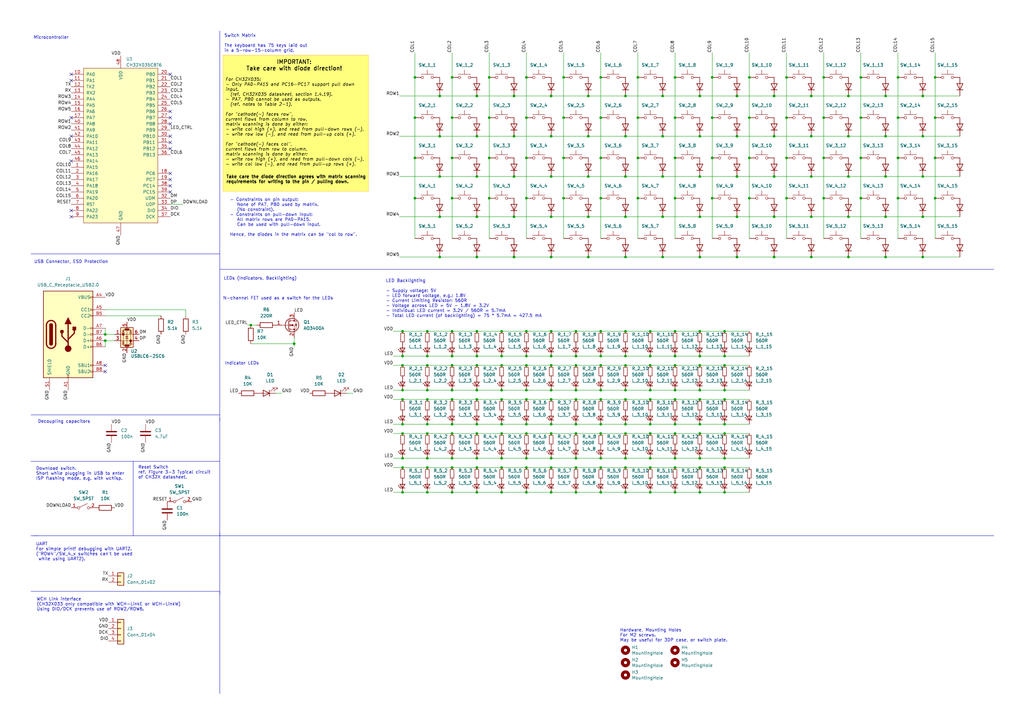
<source format=kicad_sch>
(kicad_sch (version 20231120) (generator "eeschema") (generator_version "8.0")
  (paper "A3")
  (title_block (title "CH32X-75") (date "2025-02-03") (rev "rev2025.1") (company "Richard Goulter (rgoulter)") (comment 1 "75-key on 5x15 matrix.") (comment 2 "Simple 5x15 ortholinear keyboard using CH32X MCU.") (comment 3 "Project: https://github.com/rgoulter/keyboard-labs"))
  (junction (at 43.18 137.16))
  (junction (at 317.5 88.9))
  (junction (at 332.74 88.9))
  (junction (at 231.14 81.28))
  (junction (at 226.06 201.93))
  (junction (at 347.98 105.41))
  (junction (at 297.18 187.96))
  (junction (at 246.38 173.99))
  (junction (at 215.9 31.75))
  (junction (at 215.9 201.93))
  (junction (at 276.86 160.02))
  (junction (at 246.38 135.89))
  (junction (at 353.06 64.77))
  (junction (at 302.26 105.41))
  (junction (at 276.86 187.96))
  (junction (at 215.9 146.05))
  (junction (at 236.22 177.8))
  (junction (at 276.86 31.75))
  (junction (at 297.18 177.8))
  (junction (at 226.06 149.86))
  (junction (at 261.62 81.28))
  (junction (at 175.26 187.96))
  (junction (at 215.9 135.89))
  (junction (at 170.18 48.26))
  (junction (at 195.58 55.88))
  (junction (at 307.34 31.75))
  (junction (at 205.74 201.93))
  (junction (at 271.78 105.41))
  (junction (at 215.9 48.26))
  (junction (at 180.34 72.39))
  (junction (at 287.02 187.96))
  (junction (at 332.74 55.88))
  (junction (at 271.78 55.88))
  (junction (at 363.22 88.9))
  (junction (at 195.58 105.41))
  (junction (at 215.9 177.8))
  (junction (at 195.58 163.83))
  (junction (at 322.58 64.77))
  (junction (at 175.26 173.99))
  (junction (at 307.34 48.26))
  (junction (at 165.1 149.86))
  (junction (at 332.74 39.37))
  (junction (at 185.42 48.26))
  (junction (at 297.18 201.93))
  (junction (at 226.06 173.99))
  (junction (at 302.26 88.9))
  (junction (at 378.46 55.88))
  (junction (at 302.26 72.39))
  (junction (at 226.06 55.88))
  (junction (at 317.5 39.37))
  (junction (at 256.54 88.9))
  (junction (at 287.02 163.83))
  (junction (at 332.74 105.41))
  (junction (at 347.98 39.37))
  (junction (at 205.74 177.8))
  (junction (at 231.14 64.77))
  (junction (at 185.42 191.77))
  (junction (at 215.9 191.77))
  (junction (at 297.18 163.83))
  (junction (at 256.54 173.99))
  (junction (at 236.22 163.83))
  (junction (at 226.06 88.9))
  (junction (at 276.86 146.05))
  (junction (at 256.54 146.05))
  (junction (at 266.7 146.05))
  (junction (at 205.74 146.05))
  (junction (at 231.14 48.26))
  (junction (at 215.9 187.96))
  (junction (at 175.26 146.05))
  (junction (at 226.06 39.37))
  (junction (at 165.1 177.8))
  (junction (at 256.54 177.8))
  (junction (at 195.58 88.9))
  (junction (at 195.58 201.93))
  (junction (at 205.74 163.83))
  (junction (at 200.66 48.26))
  (junction (at 236.22 146.05))
  (junction (at 241.3 72.39))
  (junction (at 383.54 64.77))
  (junction (at 383.54 48.26))
  (junction (at 246.38 163.83))
  (junction (at 378.46 105.41))
  (junction (at 215.9 160.02))
  (junction (at 165.1 191.77))
  (junction (at 276.86 201.93))
  (junction (at 185.42 201.93))
  (junction (at 347.98 55.88))
  (junction (at 271.78 88.9))
  (junction (at 266.7 177.8))
  (junction (at 266.7 149.86))
  (junction (at 246.38 48.26))
  (junction (at 353.06 81.28))
  (junction (at 266.7 191.77))
  (junction (at 287.02 105.41))
  (junction (at 353.06 31.75))
  (junction (at 266.7 160.02))
  (junction (at 256.54 160.02))
  (junction (at 292.1 48.26))
  (junction (at 246.38 149.86))
  (junction (at 226.06 163.83))
  (junction (at 165.1 187.96))
  (junction (at 297.18 173.99))
  (junction (at 200.66 31.75))
  (junction (at 170.18 31.75))
  (junction (at 215.9 173.99))
  (junction (at 226.06 135.89))
  (junction (at 195.58 187.96))
  (junction (at 297.18 135.89))
  (junction (at 210.82 88.9))
  (junction (at 175.26 163.83))
  (junction (at 363.22 55.88))
  (junction (at 175.26 135.89))
  (junction (at 266.7 201.93))
  (junction (at 322.58 31.75))
  (junction (at 266.7 163.83))
  (junction (at 175.26 177.8))
  (junction (at 297.18 146.05))
  (junction (at 205.74 160.02))
  (junction (at 215.9 64.77))
  (junction (at 307.34 64.77))
  (junction (at 246.38 187.96))
  (junction (at 261.62 48.26))
  (junction (at 215.9 149.86))
  (junction (at 287.02 201.93))
  (junction (at 256.54 55.88))
  (junction (at 195.58 173.99))
  (junction (at 226.06 187.96))
  (junction (at 307.34 81.28))
  (junction (at 287.02 88.9))
  (junction (at 347.98 72.39))
  (junction (at 195.58 135.89))
  (junction (at 195.58 160.02))
  (junction (at 200.66 64.77))
  (junction (at 302.26 39.37))
  (junction (at 185.42 81.28))
  (junction (at 175.26 149.86))
  (junction (at 256.54 163.83))
  (junction (at 276.86 191.77))
  (junction (at 266.7 173.99))
  (junction (at 226.06 191.77))
  (junction (at 302.26 55.88))
  (junction (at 378.46 72.39))
  (junction (at 256.54 149.86))
  (junction (at 271.78 72.39))
  (junction (at 256.54 201.93))
  (junction (at 205.74 187.96))
  (junction (at 317.5 105.41))
  (junction (at 347.98 88.9))
  (junction (at 276.86 135.89))
  (junction (at 226.06 177.8))
  (junction (at 185.42 187.96))
  (junction (at 287.02 72.39))
  (junction (at 241.3 88.9))
  (junction (at 165.1 135.89))
  (junction (at 236.22 149.86))
  (junction (at 165.1 163.83))
  (junction (at 256.54 39.37))
  (junction (at 317.5 72.39))
  (junction (at 241.3 39.37))
  (junction (at 185.42 163.83))
  (junction (at 256.54 187.96))
  (junction (at 368.3 64.77))
  (junction (at 236.22 135.89))
  (junction (at 256.54 191.77))
  (junction (at 236.22 191.77))
  (junction (at 337.82 81.28))
  (junction (at 185.42 177.8))
  (junction (at 276.86 48.26))
  (junction (at 43.18 139.7))
  (junction (at 170.18 64.77))
  (junction (at 241.3 55.88))
  (junction (at 236.22 160.02))
  (junction (at 246.38 64.77))
  (junction (at 120.65 140.97))
  (junction (at 210.82 55.88))
  (junction (at 195.58 149.86))
  (junction (at 322.58 81.28))
  (junction (at 292.1 64.77))
  (junction (at 261.62 31.75))
  (junction (at 276.86 173.99))
  (junction (at 205.74 149.86))
  (junction (at 180.34 55.88))
  (junction (at 210.82 105.41))
  (junction (at 236.22 187.96))
  (junction (at 195.58 39.37))
  (junction (at 210.82 72.39))
  (junction (at 332.74 72.39))
  (junction (at 363.22 39.37))
  (junction (at 195.58 72.39))
  (junction (at 195.58 191.77))
  (junction (at 266.7 187.96))
  (junction (at 165.1 146.05))
  (junction (at 287.02 160.02))
  (junction (at 236.22 201.93))
  (junction (at 297.18 160.02))
  (junction (at 246.38 146.05))
  (junction (at 256.54 72.39))
  (junction (at 175.26 160.02))
  (junction (at 165.1 201.93))
  (junction (at 287.02 135.89))
  (junction (at 170.18 81.28))
  (junction (at 246.38 191.77))
  (junction (at 185.42 149.86))
  (junction (at 287.02 146.05))
  (junction (at 185.42 146.05))
  (junction (at 175.26 201.93))
  (junction (at 368.3 48.26))
  (junction (at 165.1 160.02))
  (junction (at 185.42 31.75))
  (junction (at 383.54 81.28))
  (junction (at 226.06 72.39))
  (junction (at 322.58 48.26))
  (junction (at 200.66 81.28))
  (junction (at 337.82 48.26))
  (junction (at 231.14 31.75))
  (junction (at 246.38 177.8))
  (junction (at 195.58 146.05))
  (junction (at 317.5 55.88))
  (junction (at 256.54 135.89))
  (junction (at 353.06 48.26))
  (junction (at 246.38 31.75))
  (junction (at 256.54 105.41))
  (junction (at 276.86 81.28))
  (junction (at 185.42 173.99))
  (junction (at 205.74 191.77))
  (junction (at 368.3 81.28))
  (junction (at 266.7 135.89))
  (junction (at 287.02 39.37))
  (junction (at 287.02 149.86))
  (junction (at 205.74 173.99))
  (junction (at 102.87 133.35))
  (junction (at 185.42 135.89))
  (junction (at 226.06 160.02))
  (junction (at 337.82 64.77))
  (junction (at 215.9 163.83))
  (junction (at 363.22 105.41))
  (junction (at 185.42 64.77))
  (junction (at 287.02 177.8))
  (junction (at 368.3 31.75))
  (junction (at 246.38 81.28))
  (junction (at 292.1 81.28))
  (junction (at 287.02 55.88))
  (junction (at 226.06 146.05))
  (junction (at 185.42 160.02))
  (junction (at 383.54 31.75))
  (junction (at 292.1 31.75))
  (junction (at 205.74 135.89))
  (junction (at 226.06 105.41))
  (junction (at 363.22 72.39))
  (junction (at 165.1 173.99))
  (junction (at 195.58 177.8))
  (junction (at 337.82 31.75))
  (junction (at 180.34 105.41))
  (junction (at 261.62 64.77))
  (junction (at 276.86 163.83))
  (junction (at 287.02 173.99))
  (junction (at 378.46 39.37))
  (junction (at 276.86 177.8))
  (junction (at 246.38 160.02))
  (junction (at 236.22 173.99))
  (junction (at 215.9 81.28))
  (junction (at 180.34 88.9))
  (junction (at 276.86 64.77))
  (junction (at 175.26 191.77))
  (junction (at 246.38 201.93))
  (junction (at 180.34 39.37))
  (junction (at 297.18 191.77))
  (junction (at 276.86 149.86))
  (junction (at 210.82 39.37))
  (junction (at 297.18 149.86))
  (junction (at 271.78 39.37))
  (junction (at 241.3 105.41))
  (junction (at 287.02 191.77))
  (junction (at 378.46 88.9))
  (no_connect (at 69.85 78.74))
  (no_connect (at 29.21 30.48))
  (no_connect (at 69.85 55.88))
  (no_connect (at 69.85 60.96))
  (no_connect (at 29.21 48.26))
  (no_connect (at 69.85 71.12))
  (no_connect (at 69.85 30.48))
  (no_connect (at 69.85 73.66))
  (no_connect (at 29.21 86.36))
  (no_connect (at 69.85 50.8))
  (no_connect (at 69.85 58.42))
  (no_connect (at 29.21 55.88))
  (no_connect (at 69.85 45.72))
  (no_connect (at 43.18 149.86))
  (no_connect (at 43.18 152.4))
  (no_connect (at 69.85 48.26))
  (no_connect (at 29.21 66.04))
  (no_connect (at 29.21 88.9))
  (no_connect (at 29.21 33.02))
  (no_connect (at 69.85 76.2))
  (wire (pts (xy 261.62 48.26) (xy 261.62 64.77)))
  (wire (pts (xy 120.65 140.97) (xy 120.65 142.24)))
  (wire (pts (xy 215.9 201.93) (xy 226.06 201.93)))
  (wire (pts (xy 297.18 149.86) (xy 307.34 149.86)))
  (wire (pts (xy 297.18 177.8) (xy 307.34 177.8)))
  (wire (pts (xy 43.18 139.7) (xy 46.99 139.7)))
  (polyline (pts (xy 12.7 170.18) (xy 90.17 170.18)))
  (wire (pts (xy 287.02 201.93) (xy 297.18 201.93)))
  (wire (pts (xy 161.29 177.8) (xy 165.1 177.8)))
  (wire (pts (xy 383.54 31.75) (xy 383.54 48.26)))
  (wire (pts (xy 195.58 149.86) (xy 205.74 149.86)))
  (wire (pts (xy 378.46 105.41) (xy 393.7 105.41)))
  (wire (pts (xy 241.3 105.41) (xy 256.54 105.41)))
  (wire (pts (xy 256.54 146.05) (xy 266.7 146.05)))
  (wire (pts (xy 241.3 88.9) (xy 256.54 88.9)))
  (wire (pts (xy 236.22 173.99) (xy 246.38 173.99)))
  (wire (pts (xy 302.26 39.37) (xy 317.5 39.37)))
  (wire (pts (xy 276.86 173.99) (xy 287.02 173.99)))
  (polyline (pts (xy 90.17 242.57) (xy 90.17 243.84)))
  (wire (pts (xy 231.14 64.77) (xy 231.14 81.28)))
  (wire (pts (xy 276.86 163.83) (xy 287.02 163.83)))
  (wire (pts (xy 161.29 149.86) (xy 165.1 149.86)))
  (wire (pts (xy 241.3 72.39) (xy 256.54 72.39)))
  (wire (pts (xy 246.38 48.26) (xy 246.38 64.77)))
  (wire (pts (xy 175.26 177.8) (xy 185.42 177.8)))
  (wire (pts (xy 226.06 146.05) (xy 236.22 146.05)))
  (wire (pts (xy 226.06 177.8) (xy 236.22 177.8)))
  (wire (pts (xy 180.34 72.39) (xy 195.58 72.39)))
  (wire (pts (xy 246.38 31.75) (xy 246.38 48.26)))
  (wire (pts (xy 347.98 88.9) (xy 363.22 88.9)))
  (wire (pts (xy 231.14 81.28) (xy 231.14 97.79)))
  (wire (pts (xy 161.29 201.93) (xy 165.1 201.93)))
  (wire (pts (xy 185.42 21.59) (xy 185.42 31.75)))
  (wire (pts (xy 161.29 191.77) (xy 165.1 191.77)))
  (wire (pts (xy 185.42 149.86) (xy 195.58 149.86)))
  (polyline (pts (xy 90.17 219.71) (xy 407.67 219.71)))
  (wire (pts (xy 353.06 31.75) (xy 353.06 48.26)))
  (wire (pts (xy 337.82 21.59) (xy 337.82 31.75)))
  (wire (pts (xy 205.74 191.77) (xy 215.9 191.77)))
  (wire (pts (xy 368.3 81.28) (xy 368.3 97.79)))
  (wire (pts (xy 246.38 160.02) (xy 256.54 160.02)))
  (wire (pts (xy 246.38 21.59) (xy 246.38 31.75)))
  (polyline (pts (xy 90.17 110.49) (xy 407.67 110.49)))
  (wire (pts (xy 266.7 163.83) (xy 276.86 163.83)))
  (wire (pts (xy 236.22 201.93) (xy 246.38 201.93)))
  (wire (pts (xy 226.06 149.86) (xy 236.22 149.86)))
  (polyline (pts (xy 90.17 172.72) (xy 90.17 171.45)))
  (wire (pts (xy 236.22 146.05) (xy 246.38 146.05)))
  (wire (pts (xy 322.58 81.28) (xy 322.58 97.79)))
  (wire (pts (xy 271.78 88.9) (xy 287.02 88.9)))
  (wire (pts (xy 317.5 88.9) (xy 332.74 88.9)))
  (wire (pts (xy 266.7 187.96) (xy 276.86 187.96)))
  (wire (pts (xy 266.7 173.99) (xy 276.86 173.99)))
  (wire (pts (xy 287.02 163.83) (xy 297.18 163.83)))
  (wire (pts (xy 175.26 149.86) (xy 185.42 149.86)))
  (wire (pts (xy 332.74 105.41) (xy 347.98 105.41)))
  (wire (pts (xy 226.06 39.37) (xy 241.3 39.37)))
  (wire (pts (xy 236.22 163.83) (xy 246.38 163.83)))
  (wire (pts (xy 276.86 149.86) (xy 287.02 149.86)))
  (wire (pts (xy 161.29 135.89) (xy 165.1 135.89)))
  (wire (pts (xy 287.02 88.9) (xy 302.26 88.9)))
  (wire (pts (xy 297.18 173.99) (xy 307.34 173.99)))
  (wire (pts (xy 185.42 163.83) (xy 195.58 163.83)))
  (wire (pts (xy 292.1 48.26) (xy 292.1 64.77)))
  (polyline (pts (xy 54.61 189.23) (xy 54.61 219.71)))
  (wire (pts (xy 215.9 48.26) (xy 215.9 64.77)))
  (wire (pts (xy 363.22 72.39) (xy 378.46 72.39)))
  (wire (pts (xy 241.3 39.37) (xy 256.54 39.37)))
  (wire (pts (xy 368.3 31.75) (xy 368.3 48.26)))
  (wire (pts (xy 337.82 31.75) (xy 337.82 48.26)))
  (polyline (pts (xy 12.7 242.57) (xy 90.17 242.57)))
  (wire (pts (xy 292.1 64.77) (xy 292.1 81.28)))
  (wire (pts (xy 378.46 39.37) (xy 393.7 39.37)))
  (wire (pts (xy 347.98 55.88) (xy 363.22 55.88)))
  (wire (pts (xy 266.7 149.86) (xy 276.86 149.86)))
  (wire (pts (xy 246.38 149.86) (xy 256.54 149.86)))
  (wire (pts (xy 215.9 31.75) (xy 215.9 48.26)))
  (wire (pts (xy 215.9 64.77) (xy 215.9 81.28)))
  (wire (pts (xy 226.06 201.93) (xy 236.22 201.93)))
  (wire (pts (xy 200.66 64.77) (xy 200.66 81.28)))
  (wire (pts (xy 215.9 177.8) (xy 226.06 177.8)))
  (wire (pts (xy 347.98 105.41) (xy 363.22 105.41)))
  (wire (pts (xy 215.9 81.28) (xy 215.9 97.79)))
  (wire (pts (xy 205.74 163.83) (xy 215.9 163.83)))
  (wire (pts (xy 161.29 163.83) (xy 165.1 163.83)))
  (wire (pts (xy 287.02 173.99) (xy 297.18 173.99)))
  (polyline (pts (xy 12.7 104.14) (xy 90.17 104.14)))
  (wire (pts (xy 226.06 160.02) (xy 236.22 160.02)))
  (wire (pts (xy 185.42 177.8) (xy 195.58 177.8)))
  (wire (pts (xy 276.86 21.59) (xy 276.86 31.75)))
  (wire (pts (xy 256.54 160.02) (xy 266.7 160.02)))
  (wire (pts (xy 113.03 161.29) (xy 115.57 161.29)))
  (wire (pts (xy 287.02 55.88) (xy 302.26 55.88)))
  (wire (pts (xy 180.34 55.88) (xy 195.58 55.88)))
  (wire (pts (xy 307.34 21.59) (xy 307.34 31.75)))
  (wire (pts (xy 185.42 64.77) (xy 185.42 81.28)))
  (wire (pts (xy 256.54 177.8) (xy 266.7 177.8)))
  (wire (pts (xy 195.58 88.9) (xy 210.82 88.9)))
  (wire (pts (xy 287.02 39.37) (xy 302.26 39.37)))
  (wire (pts (xy 276.86 191.77) (xy 287.02 191.77)))
  (wire (pts (xy 368.3 64.77) (xy 368.3 81.28)))
  (wire (pts (xy 226.06 135.89) (xy 236.22 135.89)))
  (wire (pts (xy 43.18 139.7) (xy 43.18 142.24)))
  (wire (pts (xy 205.74 135.89) (xy 215.9 135.89)))
  (wire (pts (xy 163.83 55.88) (xy 180.34 55.88)))
  (wire (pts (xy 226.06 191.77) (xy 236.22 191.77)))
  (polyline (pts (xy 13.97 219.71) (xy 90.17 219.71)))
  (wire (pts (xy 368.3 48.26) (xy 368.3 64.77)))
  (wire (pts (xy 175.26 135.89) (xy 185.42 135.89)))
  (wire (pts (xy 297.18 135.89) (xy 307.34 135.89)))
  (wire (pts (xy 297.18 201.93) (xy 307.34 201.93)))
  (wire (pts (xy 276.86 135.89) (xy 287.02 135.89)))
  (wire (pts (xy 347.98 72.39) (xy 363.22 72.39)))
  (wire (pts (xy 215.9 21.59) (xy 215.9 31.75)))
  (wire (pts (xy 180.34 88.9) (xy 195.58 88.9)))
  (wire (pts (xy 287.02 149.86) (xy 297.18 149.86)))
  (wire (pts (xy 256.54 187.96) (xy 266.7 187.96)))
  (wire (pts (xy 337.82 81.28) (xy 337.82 97.79)))
  (wire (pts (xy 246.38 177.8) (xy 256.54 177.8)))
  (wire (pts (xy 261.62 64.77) (xy 261.62 81.28)))
  (wire (pts (xy 236.22 177.8) (xy 246.38 177.8)))
  (wire (pts (xy 368.3 21.59) (xy 368.3 31.75)))
  (wire (pts (xy 276.86 201.93) (xy 287.02 201.93)))
  (wire (pts (xy 256.54 105.41) (xy 271.78 105.41)))
  (wire (pts (xy 256.54 135.89) (xy 266.7 135.89)))
  (wire (pts (xy 195.58 72.39) (xy 210.82 72.39)))
  (wire (pts (xy 215.9 173.99) (xy 226.06 173.99)))
  (wire (pts (xy 378.46 72.39) (xy 393.7 72.39)))
  (wire (pts (xy 120.65 138.43) (xy 120.65 140.97)))
  (wire (pts (xy 170.18 48.26) (xy 170.18 64.77)))
  (wire (pts (xy 302.26 55.88) (xy 317.5 55.88)))
  (wire (pts (xy 163.83 72.39) (xy 180.34 72.39)))
  (wire (pts (xy 266.7 201.93) (xy 276.86 201.93)))
  (wire (pts (xy 287.02 146.05) (xy 297.18 146.05)))
  (wire (pts (xy 43.18 137.16) (xy 46.99 137.16)))
  (wire (pts (xy 266.7 160.02) (xy 276.86 160.02)))
  (wire (pts (xy 302.26 72.39) (xy 317.5 72.39)))
  (polyline (pts (xy 90.17 12.7) (xy 90.17 284.48)))
  (wire (pts (xy 276.86 177.8) (xy 287.02 177.8)))
  (wire (pts (xy 302.26 105.41) (xy 317.5 105.41)))
  (wire (pts (xy 307.34 48.26) (xy 307.34 64.77)))
  (wire (pts (xy 43.18 129.54) (xy 66.04 129.54)))
  (wire (pts (xy 195.58 177.8) (xy 205.74 177.8)))
  (wire (pts (xy 210.82 39.37) (xy 226.06 39.37)))
  (wire (pts (xy 175.26 146.05) (xy 185.42 146.05)))
  (wire (pts (xy 195.58 187.96) (xy 205.74 187.96)))
  (wire (pts (xy 261.62 81.28) (xy 261.62 97.79)))
  (wire (pts (xy 287.02 160.02) (xy 297.18 160.02)))
  (wire (pts (xy 332.74 39.37) (xy 347.98 39.37)))
  (wire (pts (xy 195.58 191.77) (xy 205.74 191.77)))
  (wire (pts (xy 185.42 48.26) (xy 185.42 64.77)))
  (wire (pts (xy 185.42 81.28) (xy 185.42 97.79)))
  (wire (pts (xy 256.54 72.39) (xy 271.78 72.39)))
  (wire (pts (xy 256.54 149.86) (xy 266.7 149.86)))
  (wire (pts (xy 383.54 48.26) (xy 383.54 64.77)))
  (wire (pts (xy 205.74 173.99) (xy 215.9 173.99)))
  (wire (pts (xy 226.06 55.88) (xy 241.3 55.88)))
  (wire (pts (xy 226.06 163.83) (xy 236.22 163.83)))
  (wire (pts (xy 205.74 201.93) (xy 215.9 201.93)))
  (wire (pts (xy 43.18 127) (xy 76.2 127)))
  (wire (pts (xy 378.46 88.9) (xy 393.7 88.9)))
  (wire (pts (xy 195.58 163.83) (xy 205.74 163.83)))
  (wire (pts (xy 175.26 201.93) (xy 185.42 201.93)))
  (wire (pts (xy 170.18 64.77) (xy 170.18 81.28)))
  (wire (pts (xy 165.1 201.93) (xy 175.26 201.93)))
  (wire (pts (xy 195.58 173.99) (xy 205.74 173.99)))
  (wire (pts (xy 175.26 163.83) (xy 185.42 163.83)))
  (wire (pts (xy 322.58 64.77) (xy 322.58 81.28)))
  (wire (pts (xy 292.1 31.75) (xy 292.1 48.26)))
  (wire (pts (xy 226.06 173.99) (xy 236.22 173.99)))
  (wire (pts (xy 347.98 39.37) (xy 363.22 39.37)))
  (wire (pts (xy 236.22 135.89) (xy 246.38 135.89)))
  (wire (pts (xy 317.5 39.37) (xy 332.74 39.37)))
  (wire (pts (xy 256.54 201.93) (xy 266.7 201.93)))
  (wire (pts (xy 271.78 39.37) (xy 287.02 39.37)))
  (wire (pts (xy 383.54 21.59) (xy 383.54 31.75)))
  (wire (pts (xy 200.66 81.28) (xy 200.66 97.79)))
  (wire (pts (xy 261.62 21.59) (xy 261.62 31.75)))
  (wire (pts (xy 102.87 133.35) (xy 105.41 133.35)))
  (wire (pts (xy 256.54 173.99) (xy 266.7 173.99)))
  (wire (pts (xy 256.54 88.9) (xy 271.78 88.9)))
  (wire (pts (xy 185.42 146.05) (xy 195.58 146.05)))
  (wire (pts (xy 383.54 64.77) (xy 383.54 81.28)))
  (wire (pts (xy 231.14 21.59) (xy 231.14 31.75)))
  (wire (pts (xy 195.58 39.37) (xy 210.82 39.37)))
  (wire (pts (xy 292.1 21.59) (xy 292.1 31.75)))
  (wire (pts (xy 185.42 187.96) (xy 195.58 187.96)))
  (wire (pts (xy 276.86 81.28) (xy 276.86 97.79)))
  (wire (pts (xy 297.18 160.02) (xy 307.34 160.02)))
  (wire (pts (xy 292.1 81.28) (xy 292.1 97.79)))
  (wire (pts (xy 200.66 21.59) (xy 200.66 31.75)))
  (wire (pts (xy 246.38 146.05) (xy 256.54 146.05)))
  (wire (pts (xy 276.86 146.05) (xy 287.02 146.05)))
  (wire (pts (xy 297.18 191.77) (xy 307.34 191.77)))
  (wire (pts (xy 363.22 105.41) (xy 378.46 105.41)))
  (wire (pts (xy 76.2 129.54) (xy 76.2 127)))
  (wire (pts (xy 322.58 21.59) (xy 322.58 31.75)))
  (wire (pts (xy 210.82 88.9) (xy 226.06 88.9)))
  (wire (pts (xy 256.54 55.88) (xy 271.78 55.88)))
  (wire (pts (xy 287.02 135.89) (xy 297.18 135.89)))
  (wire (pts (xy 142.24 161.29) (xy 144.78 161.29)))
  (wire (pts (xy 256.54 191.77) (xy 266.7 191.77)))
  (wire (pts (xy 165.1 160.02) (xy 175.26 160.02)))
  (wire (pts (xy 256.54 163.83) (xy 266.7 163.83)))
  (wire (pts (xy 215.9 163.83) (xy 226.06 163.83)))
  (wire (pts (xy 175.26 160.02) (xy 185.42 160.02)))
  (wire (pts (xy 236.22 160.02) (xy 246.38 160.02)))
  (wire (pts (xy 383.54 81.28) (xy 383.54 97.79)))
  (wire (pts (xy 161.29 187.96) (xy 165.1 187.96)))
  (wire (pts (xy 200.66 48.26) (xy 200.66 64.77)))
  (wire (pts (xy 101.6 133.35) (xy 102.87 133.35)))
  (wire (pts (xy 246.38 64.77) (xy 246.38 81.28)))
  (wire (pts (xy 261.62 31.75) (xy 261.62 48.26)))
  (wire (pts (xy 195.58 135.89) (xy 205.74 135.89)))
  (wire (pts (xy 226.06 72.39) (xy 241.3 72.39)))
  (wire (pts (xy 302.26 88.9) (xy 317.5 88.9)))
  (wire (pts (xy 353.06 48.26) (xy 353.06 64.77)))
  (wire (pts (xy 185.42 201.93) (xy 195.58 201.93)))
  (wire (pts (xy 266.7 177.8) (xy 276.86 177.8)))
  (wire (pts (xy 205.74 177.8) (xy 215.9 177.8)))
  (wire (pts (xy 287.02 187.96) (xy 297.18 187.96)))
  (wire (pts (xy 165.1 135.89) (xy 175.26 135.89)))
  (polyline (pts (xy 12.7 189.23) (xy 90.17 189.23)))
  (wire (pts (xy 307.34 31.75) (xy 307.34 48.26)))
  (wire (pts (xy 165.1 173.99) (xy 175.26 173.99)))
  (wire (pts (xy 175.26 173.99) (xy 185.42 173.99)))
  (wire (pts (xy 226.06 187.96) (xy 236.22 187.96)))
  (wire (pts (xy 226.06 88.9) (xy 241.3 88.9)))
  (wire (pts (xy 215.9 160.02) (xy 226.06 160.02)))
  (wire (pts (xy 271.78 105.41) (xy 287.02 105.41)))
  (wire (pts (xy 297.18 146.05) (xy 307.34 146.05)))
  (wire (pts (xy 317.5 72.39) (xy 332.74 72.39)))
  (wire (pts (xy 246.38 191.77) (xy 256.54 191.77)))
  (wire (pts (xy 165.1 163.83) (xy 175.26 163.83)))
  (wire (pts (xy 210.82 55.88) (xy 226.06 55.88)))
  (wire (pts (xy 287.02 177.8) (xy 297.18 177.8)))
  (wire (pts (xy 276.86 48.26) (xy 276.86 64.77)))
  (wire (pts (xy 297.18 187.96) (xy 307.34 187.96)))
  (wire (pts (xy 180.34 39.37) (xy 195.58 39.37)))
  (wire (pts (xy 246.38 163.83) (xy 256.54 163.83)))
  (wire (pts (xy 353.06 81.28) (xy 353.06 97.79)))
  (wire (pts (xy 271.78 72.39) (xy 287.02 72.39)))
  (wire (pts (xy 205.74 187.96) (xy 215.9 187.96)))
  (wire (pts (xy 287.02 72.39) (xy 302.26 72.39)))
  (wire (pts (xy 215.9 146.05) (xy 226.06 146.05)))
  (wire (pts (xy 353.06 21.59) (xy 353.06 31.75)))
  (wire (pts (xy 165.1 146.05) (xy 175.26 146.05)))
  (wire (pts (xy 205.74 149.86) (xy 215.9 149.86)))
  (wire (pts (xy 205.74 146.05) (xy 215.9 146.05)))
  (wire (pts (xy 43.18 134.62) (xy 43.18 137.16)))
  (wire (pts (xy 163.83 88.9) (xy 180.34 88.9)))
  (wire (pts (xy 165.1 191.77) (xy 175.26 191.77)))
  (wire (pts (xy 102.87 140.97) (xy 120.65 140.97)))
  (wire (pts (xy 165.1 177.8) (xy 175.26 177.8)))
  (wire (pts (xy 185.42 160.02) (xy 195.58 160.02)))
  (wire (pts (xy 271.78 55.88) (xy 287.02 55.88)))
  (wire (pts (xy 185.42 191.77) (xy 195.58 191.77)))
  (wire (pts (xy 236.22 187.96) (xy 246.38 187.96)))
  (wire (pts (xy 322.58 48.26) (xy 322.58 64.77)))
  (wire (pts (xy 195.58 55.88) (xy 210.82 55.88)))
  (wire (pts (xy 69.85 83.82) (xy 74.93 83.82)))
  (wire (pts (xy 266.7 191.77) (xy 276.86 191.77)))
  (wire (pts (xy 307.34 64.77) (xy 307.34 81.28)))
  (wire (pts (xy 215.9 187.96) (xy 226.06 187.96)))
  (wire (pts (xy 266.7 146.05) (xy 276.86 146.05)))
  (wire (pts (xy 246.38 201.93) (xy 256.54 201.93)))
  (wire (pts (xy 241.3 55.88) (xy 256.54 55.88)))
  (wire (pts (xy 363.22 39.37) (xy 378.46 39.37)))
  (wire (pts (xy 226.06 105.41) (xy 241.3 105.41)))
  (wire (pts (xy 297.18 163.83) (xy 307.34 163.83)))
  (wire (pts (xy 337.82 64.77) (xy 337.82 81.28)))
  (wire (pts (xy 307.34 81.28) (xy 307.34 97.79)))
  (wire (pts (xy 378.46 55.88) (xy 393.7 55.88)))
  (polyline (pts (xy 12.7 219.71) (xy 15.24 219.71)))
  (wire (pts (xy 180.34 105.41) (xy 195.58 105.41)))
  (wire (pts (xy 256.54 39.37) (xy 271.78 39.37)))
  (wire (pts (xy 287.02 191.77) (xy 297.18 191.77)))
  (wire (pts (xy 163.83 39.37) (xy 180.34 39.37)))
  (wire (pts (xy 332.74 55.88) (xy 347.98 55.88)))
  (wire (pts (xy 185.42 173.99) (xy 195.58 173.99)))
  (wire (pts (xy 246.38 81.28) (xy 246.38 97.79)))
  (wire (pts (xy 161.29 173.99) (xy 165.1 173.99)))
  (wire (pts (xy 363.22 88.9) (xy 378.46 88.9)))
  (wire (pts (xy 266.7 135.89) (xy 276.86 135.89)))
  (wire (pts (xy 276.86 31.75) (xy 276.86 48.26)))
  (wire (pts (xy 276.86 64.77) (xy 276.86 81.28)))
  (wire (pts (xy 210.82 72.39) (xy 226.06 72.39)))
  (wire (pts (xy 195.58 105.41) (xy 210.82 105.41)))
  (wire (pts (xy 246.38 187.96) (xy 256.54 187.96)))
  (wire (pts (xy 246.38 135.89) (xy 256.54 135.89)))
  (wire (pts (xy 175.26 187.96) (xy 185.42 187.96)))
  (wire (pts (xy 332.74 72.39) (xy 347.98 72.39)))
  (wire (pts (xy 246.38 173.99) (xy 256.54 173.99)))
  (wire (pts (xy 317.5 105.41) (xy 332.74 105.41)))
  (wire (pts (xy 185.42 135.89) (xy 195.58 135.89)))
  (wire (pts (xy 161.29 146.05) (xy 165.1 146.05)))
  (wire (pts (xy 165.1 149.86) (xy 175.26 149.86)))
  (wire (pts (xy 185.42 31.75) (xy 185.42 48.26)))
  (wire (pts (xy 195.58 146.05) (xy 205.74 146.05)))
  (wire (pts (xy 170.18 81.28) (xy 170.18 97.79)))
  (wire (pts (xy 317.5 55.88) (xy 332.74 55.88)))
  (wire (pts (xy 276.86 160.02) (xy 287.02 160.02)))
  (wire (pts (xy 205.74 160.02) (xy 215.9 160.02)))
  (polyline (pts (xy 90.17 219.71) (xy 90.17 218.44)))
  (wire (pts (xy 236.22 149.86) (xy 246.38 149.86)))
  (wire (pts (xy 363.22 55.88) (xy 378.46 55.88)))
  (wire (pts (xy 236.22 191.77) (xy 246.38 191.77)))
  (wire (pts (xy 337.82 48.26) (xy 337.82 64.77)))
  (wire (pts (xy 161.29 160.02) (xy 165.1 160.02)))
  (wire (pts (xy 165.1 187.96) (xy 175.26 187.96)))
  (wire (pts (xy 276.86 187.96) (xy 287.02 187.96)))
  (wire (pts (xy 170.18 31.75) (xy 170.18 48.26)))
  (wire (pts (xy 353.06 64.77) (xy 353.06 81.28)))
  (wire (pts (xy 215.9 191.77) (xy 226.06 191.77)))
  (wire (pts (xy 163.83 105.41) (xy 180.34 105.41)))
  (wire (pts (xy 332.74 88.9) (xy 347.98 88.9)))
  (wire (pts (xy 170.18 21.59) (xy 170.18 31.75)))
  (wire (pts (xy 215.9 149.86) (xy 226.06 149.86)))
  (wire (pts (xy 231.14 31.75) (xy 231.14 48.26)))
  (wire (pts (xy 231.14 48.26) (xy 231.14 64.77)))
  (wire (pts (xy 215.9 135.89) (xy 226.06 135.89)))
  (wire (pts (xy 210.82 105.41) (xy 226.06 105.41)))
  (wire (pts (xy 287.02 105.41) (xy 302.26 105.41)))
  (wire (pts (xy 200.66 31.75) (xy 200.66 48.26)))
  (wire (pts (xy 195.58 201.93) (xy 205.74 201.93)))
  (wire (pts (xy 175.26 191.77) (xy 185.42 191.77)))
  (wire (pts (xy 195.58 160.02) (xy 205.74 160.02)))
  (wire (pts (xy 322.58 31.75) (xy 322.58 48.26)))
  (text_box "\n\n\n\nFor CH32X035:\n- Only PA0-PA15 and PC16-PC17 support pull down input.\n  (ref. CH32X035 datasheet, section 1.4.19).\n- PA7, PB0 cannot be used as outputs.\n  (ref. notes to Table 2-1).\n\nFor \"cathode(-) faces row\",\ncurrent flows from column to row,\nmatrix scanning is done by either:\n- write col high (+), and read from pull-down rows (-),\n- write row low (-), and read from pull-up cols (+).\n\nFor \"cathode(-) faces col\",\ncurrent flows from row to column,\nmatrix scanning is done by either:\n- write row high (+), and read from pull-down cols (-),\n- write col low (-), and read from pull-up rows (+)." (at 91.44 22.606 0) (size 59.69 55.88) (stroke (width 0.0254) (color 255 153 0 1)) (fill (type color) (color 255 255 0 0.51)) (effects (font (size 1.27 1.27) (italic yes)) (justify left top)))
  (text "Microcontroller" (at 13.716 15.494 0) (effects (font (size 1.27 1.27)) (justify left)))
  (text "USB Connector, ESD Protection" (at 13.97 108.204 0) (effects (font (size 1.27 1.27)) (justify left bottom)))
  (text "LEDs (Indicators, Backlighting)" (at 91.694 113.538 0) (effects (font (size 1.27 1.27)) (justify left top)))
  (text "Reset Switch\nref. Figure 3-3 Typical circuit\nof CH32X datasheet." (at 56.642 196.596 0) (effects (font (size 1.27 1.27)) (justify left bottom)))
  (text "WCH Link interface\n(CH32X033 only compatible with WCH-LinkE or WCH-LinkW)\nUsing DIO/DCK prevents use of ROW2/ROW6." (at 14.986 250.698 0) (effects (font (size 1.27 1.27)) (justify left bottom)))
  (text "Download switch.\nShort while plugging in USB to enter\nISP flashing mode. e.g. with wchisp." (at 14.732 197.104 0) (effects (font (size 1.27 1.27)) (justify left bottom)))
  (text "Decoupling capacitors" (at 15.494 173.736 0) (effects (font (size 1.27 1.27)) (justify left bottom)))
  (text "LED Backlighting\n\n- Supply voltage: 5V\n- LED forward voltage, e.g.: 1.8V\n- Current Limiting Resistor: 560R\n- Voltage across LED = 5V - 1.8V = 3.2V\n- Individual LED current = 3.2V / 560R = 5.7mA\n- Total LED current (of backlighting) = 75 * 5.7mA = 427.5 mA" (at 158.242 114.554 0) (effects (font (size 1.27 1.27)) (justify left top)))
  (text "- Constraints on pin output:\n   None of PA7, PB0 used by matrix.\n   (No constraint).\n- Constraints on pull-down input:\n   All matrix rows are PA0-PA15.\n   Can be used with pull-down input.\n\nHence, the diodes in the matrix can be \"col to row\". " (at 94.234 81.28 0) (effects (font (size 1.27 1.27)) (justify left top)))
  (text "IMPORTANT:\nTake care with diode direction!" (at 120.65 26.924 0) (effects (font (size 1.651 1.651) (thickness 0.254) (bold yes))))
  (text "Switch Matrix\n\nThe keyboard has 75 keys laid out\nin a 5-row-15-column grid." (at 91.948 13.97 0) (effects (font (size 1.27 1.27)) (justify left top)))
  (text "UART\nFor simple printf debugging with UART2.\n(\"ROW4\"/SW_4_x switches can't be used\n while using UART2)." (at 14.732 230.124 0) (effects (font (size 1.27 1.27)) (justify left bottom)))
  (text "Indicator LEDs" (at 92.202 148.336 0) (effects (font (size 1.27 1.27)) (justify left top)))
  (text "Hardware, Mounting Holes\nFor M2 screws.\nMay be useful for 3DP case, or switch plate." (at 254.254 263.398 0) (effects (font (size 1.27 1.27)) (justify left bottom)))
  (text "N-channel FET used as a switch for the LEDs" (at 91.44 121.666 0) (effects (font (size 1.27 1.27)) (justify left top)))
  (text "Take care the diode direction agrees with matrix scanning\nrequirements for writing to the pin / pulling down." (at 92.71 73.66 0) (effects (font (size 1.27 1.27) (thickness 0.254) (bold yes)) (justify left)))
  (label "DCK" (at 69.85 88.9 0))
  (label "VDD" (at 52.07 132.08 0))
  (label "COL4" (at 215.9 21.59 90))
  (label "ROW2" (at 163.83 55.88 180))
  (label "GND" (at 120.65 142.24 270))
  (label "DCK" (at 44.45 260.35 180))
  (label "RESET" (at 68.58 205.74 180))
  (label "TX" (at 29.21 35.56 180))
  (label "GND" (at 45.72 181.61 270))
  (label "COL15" (at 29.21 81.28 180))
  (label "COL1" (at 170.18 21.59 90))
  (label "COL9" (at 292.1 21.59 90))
  (label "RX" (at 29.21 38.1 180))
  (label "VDD" (at 45.72 173.99 0))
  (label "GND" (at 52.07 144.78 270))
  (label "COL2" (at 185.42 21.59 90))
  (label "COL5" (at 231.14 21.59 90))
  (label "RESET" (at 29.21 83.82 180))
  (label "COL6" (at 69.85 63.5 0))
  (label "COL4" (at 69.85 40.64 0))
  (label "GND" (at 20.32 160.02 270))
  (label "LED" (at 161.29 160.02 180))
  (label "GND" (at 115.57 161.29 0))
  (label "ROW4" (at 163.83 88.9 180))
  (label "VDD" (at 43.18 121.92 0))
  (label "GND" (at 44.45 257.81 180))
  (label "VDD" (at 161.29 177.8 180))
  (label "COL14" (at 368.3 21.59 90))
  (label "VDD" (at 161.29 191.77 180))
  (label "LED_CTRL" (at 101.6 133.35 180))
  (label "DIO" (at 69.85 86.36 0))
  (label "GND" (at 78.74 205.74 0))
  (label "COL10" (at 307.34 21.59 90))
  (label "DM" (at 57.15 137.16 0))
  (label "COL8" (at 276.86 21.59 90))
  (label "LED" (at 120.65 128.27 0))
  (label "ROW1" (at 163.83 39.37 180))
  (label "COL1" (at 69.85 33.02 0))
  (label "LED" (at 161.29 201.93 180))
  (label "GND" (at 68.58 213.36 270))
  (label "COL10" (at 29.21 68.58 180))
  (label "COL15" (at 383.54 21.59 90))
  (label "COL11" (at 29.21 71.12 180))
  (label "GND" (at 76.2 137.16 270))
  (label "GND" (at 59.69 181.61 270))
  (label "TX" (at 44.45 236.22 180))
  (label "COL3" (at 200.66 21.59 90))
  (label "ROW5" (at 163.83 105.41 180))
  (label "DIO" (at 44.45 262.89 180))
  (label "DP" (at 69.85 83.82 0))
  (label "ROW3" (at 29.21 40.64 180))
  (label "COL2" (at 69.85 35.56 0))
  (label "LED" (at 97.79 161.29 180))
  (label "DP" (at 57.15 139.7 0))
  (label "GND" (at 66.04 137.16 270))
  (label "ROW4" (at 29.21 43.18 180))
  (label "VDD" (at 161.29 163.83 180))
  (label "GND" (at 27.94 160.02 270))
  (label "DM" (at 69.85 81.28 0))
  (label "COL6" (at 246.38 21.59 90))
  (label "COL3" (at 69.85 38.1 0))
  (label "LED" (at 161.29 173.99 180))
  (label "LED_CTRL" (at 69.85 53.34 0))
  (label "LED" (at 161.29 187.96 180))
  (label "ROW3" (at 163.83 72.39 180))
  (label "GND" (at 49.53 96.52 270))
  (label "VDD" (at 59.69 173.99 0))
  (label "VDD" (at 161.29 149.86 180) (property "Netclass" "Power" (effects (hide yes))))
  (label "RX" (at 44.45 238.76 180))
  (label "ROW5" (at 29.21 45.72 180))
  (label "VDD" (at 127 161.29 180))
  (label "COL5" (at 69.85 43.18 0))
  (label "COL7" (at 29.21 63.5 180))
  (label "VDD" (at 161.29 135.89 180))
  (label "DOWNLOAD" (at 74.93 83.82 0))
  (label "COL7" (at 261.62 21.59 90))
  (label "COL13" (at 353.06 21.59 90))
  (label "ROW2" (at 29.21 53.34 180))
  (label "COL12" (at 337.82 21.59 90))
  (label "COL14" (at 29.21 78.74 180))
  (label "COL13" (at 29.21 76.2 180))
  (label "LED" (at 161.29 146.05 180) (property "Netclass" "Power" (effects (hide yes))))
  (label "COL8" (at 29.21 60.96 180))
  (label "COL9" (at 29.21 58.42 180))
  (label "VDD" (at 49.53 22.86 180))
  (label "VDD" (at 46.99 208.28 0))
  (label "ROW1" (at 29.21 50.8 180))
  (label "VDD" (at 44.45 255.27 180))
  (label "DOWNLOAD" (at 29.21 208.28 180))
  (label "COL11" (at 322.58 21.59 90))
  (label "COL12" (at 29.21 73.66 180))
  (label "GND" (at 144.78 161.29 0))
  (symbol (lib_id "Device:D") (at 210.82 35.56 90) (unit 1)
    (property "Reference" "D_1_3" (effects (hide yes)))
    (property "Value" "1N4148" (effects (hide yes)))
    (property "Footprint" "Diode_SMD:D_1206_3216Metric" (effects (hide yes)))
    (property "Description" "Diode (Through-hole or 0805)" (effects (hide yes)))
    (property "LCSC" "C9808" (effects (hide yes)))
  )
  (symbol (lib_id "Switch:SW_SPST") (at 73.66 205.74 0) (unit 1)
    (property "Reference" "SW1" (at 73.66 199.39 0))
    (property "Value" "SW_SPST" (at 73.66 201.93 0))
    (property "Footprint" "Connector_Wire:SolderWire-0.5sqmm_1x02_P4.6mm_D0.9mm_OD2.1mm" (effects (hide yes)))
  )
  (symbol (lib_id "Device:LED_Small") (at 297.18 157.48 90) (unit 1)
    (property "Reference" "L_2_14" (at 299.72 156.1464 90) (effects (justify right)))
    (property "Value" "LED_Small" (effects (hide yes)))
    (property "Footprint" "LED_SMD:LED_0805_2012Metric_Pad1.15x1.40mm_HandSolder" (effects (hide yes)))
    (property "Description" "Light emitting diode, small symbol" (effects (hide yes)))
  )
  (symbol (lib_id "Device:D") (at 180.34 85.09 90) (unit 1)
    (property "Reference" "D_4_1" (effects (hide yes)))
    (property "Value" "1N4148" (effects (hide yes)))
    (property "Footprint" "Diode_SMD:D_1206_3216Metric" (effects (hide yes)))
    (property "Description" "Diode (Through-hole or 0805)" (effects (hide yes)))
    (property "LCSC" "C9808" (effects (hide yes)))
  )
  (symbol (lib_id "Switch:SW_Push") (at 220.98 48.26 0) (unit 1)
    (property "Reference" "SW_2_4" (at 220.98 43.18 0))
    (property "Value" "Redragon Low Profile switches" (effects (hide yes)))
    (property "Footprint" "ProjectLocal:SW_Redragon_LowProfile_PCB_1.00u" (effects (hide yes)))
    (property "Description" "Mechanical Keyboard Switch" (effects (hide yes)))
  )
  (symbol (lib_id "Device:R") (at 101.6 161.29 90) (unit 1)
    (property "Reference" "R4" (at 101.6 154.94 90))
    (property "Value" "10K" (at 101.6 157.48 90))
    (property "Footprint" "Resistor_SMD:R_0805_2012Metric" (effects (hide yes)))
    (property "LCSC" "C17414" (effects (hide yes)))
  )
  (symbol (lib_id "Device:D") (at 287.02 52.07 90) (unit 1)
    (property "Reference" "D_2_8" (effects (hide yes)))
    (property "Value" "1N4148" (effects (hide yes)))
    (property "Footprint" "Diode_SMD:D_1206_3216Metric" (effects (hide yes)))
    (property "Description" "Diode (Through-hole or 0805)" (effects (hide yes)))
    (property "LCSC" "C9808" (effects (hide yes)))
  )
  (symbol (lib_id "Switch:SW_Push") (at 266.7 48.26 0) (unit 1)
    (property "Reference" "SW_2_7" (at 266.7 43.18 0))
    (property "Value" "Redragon Low Profile switches" (effects (hide yes)))
    (property "Footprint" "ProjectLocal:SW_Redragon_LowProfile_PCB_1.00u" (effects (hide yes)))
    (property "Description" "Mechanical Keyboard Switch" (effects (hide yes)))
  )
  (symbol (lib_id "Device:LED_Small") (at 307.34 185.42 90) (unit 1)
    (property "Reference" "L_4_15" (at 309.88 184.0864 90) (effects (justify right)))
    (property "Value" "LED_Small" (effects (hide yes)))
    (property "Footprint" "LED_SMD:LED_0805_2012Metric_Pad1.15x1.40mm_HandSolder" (effects (hide yes)))
    (property "Description" "Light emitting diode, small symbol" (effects (hide yes)))
  )
  (symbol (lib_id "Device:R") (at 102.87 137.16 180) (unit 1)
    (property "Reference" "R7" (at 105.41 135.8899 0) (effects (justify right)))
    (property "Value" "10K" (at 105.41 138.4299 0) (effects (justify right)))
    (property "Footprint" "Resistor_SMD:R_0805_2012Metric" (effects (hide yes)))
    (property "LCSC" "C17414" (effects (hide yes)))
  )
  (symbol (lib_id "Device:LED_Small") (at 195.58 199.39 90) (unit 1)
    (property "Reference" "L_5_4" (at 198.12 198.0564 90) (effects (justify right)))
    (property "Value" "LED_Small" (effects (hide yes)))
    (property "Footprint" "LED_SMD:LED_0805_2012Metric_Pad1.15x1.40mm_HandSolder" (effects (hide yes)))
    (property "Description" "Light emitting diode, small symbol" (effects (hide yes)))
  )
  (symbol (lib_id "Device:R_Small") (at 175.26 194.31 0) (unit 1)
    (property "Reference" "R_5_2" (at 177.8 193.0399 0) (effects (justify left)))
    (property "Value" "560R" (at 177.8 195.5799 0) (effects (justify left)))
    (property "Footprint" "Resistor_SMD:R_0805_2012Metric" (effects (hide yes)))
    (property "Description" "Resistor, small symbol" (effects (hide yes)))
  )
  (symbol (lib_id "Switch:SW_Push") (at 388.62 48.26 0) (unit 1)
    (property "Reference" "SW_2_15" (at 388.62 43.18 0))
    (property "Value" "Redragon Low Profile switches" (effects (hide yes)))
    (property "Footprint" "ProjectLocal:SW_Redragon_LowProfile_PCB_1.00u" (effects (hide yes)))
    (property "Description" "Mechanical Keyboard Switch" (effects (hide yes)))
  )
  (symbol (lib_id "Switch:SW_Push") (at 205.74 64.77 0) (unit 1)
    (property "Reference" "SW_3_3" (at 205.74 59.69 0))
    (property "Value" "Redragon Low Profile switches" (effects (hide yes)))
    (property "Footprint" "ProjectLocal:SW_Redragon_LowProfile_PCB_1.00u" (effects (hide yes)))
    (property "Description" "Mechanical Keyboard Switch" (effects (hide yes)))
  )
  (symbol (lib_id "Connector_Generic:Conn_01x04") (at 49.53 257.81 0) (unit 1) (in_bom no)
    (property "Reference" "J3" (at 52.07 257.8099 0) (effects (justify left)))
    (property "Value" "Conn_01x04" (at 52.07 260.3499 0) (effects (justify left)))
    (property "Footprint" "Connector_PinHeader_2.54mm:PinHeader_1x04_P2.54mm_Vertical" (effects (hide yes)))
    (property "Description" "Generic connector, single row, 01x04, script generated (kicad-library-utils/schlib/autogen/connector/)" (effects (hide yes)))
  )
  (symbol (lib_id "Device:R_Small") (at 185.42 166.37 0) (unit 1)
    (property "Reference" "R_3_3" (at 187.96 165.0999 0) (effects (justify left)))
    (property "Value" "560R" (at 187.96 167.6399 0) (effects (justify left)))
    (property "Footprint" "Resistor_SMD:R_0805_2012Metric" (effects (hide yes)))
    (property "Description" "Resistor, small symbol" (effects (hide yes)))
  )
  (symbol (lib_id "Device:R_Small") (at 246.38 180.34 0) (unit 1)
    (property "Reference" "R_4_9" (at 248.92 179.0699 0) (effects (justify left)))
    (property "Value" "560R" (at 248.92 181.6099 0) (effects (justify left)))
    (property "Footprint" "Resistor_SMD:R_0805_2012Metric" (effects (hide yes)))
    (property "Description" "Resistor, small symbol" (effects (hide yes)))
  )
  (symbol (lib_id "Device:D") (at 226.06 68.58 90) (unit 1)
    (property "Reference" "D_3_4" (effects (hide yes)))
    (property "Value" "1N4148" (effects (hide yes)))
    (property "Footprint" "Diode_SMD:D_1206_3216Metric" (effects (hide yes)))
    (property "Description" "Diode (Through-hole or 0805)" (effects (hide yes)))
    (property "LCSC" "C9808" (effects (hide yes)))
  )
  (symbol (lib_id "Device:D") (at 302.26 52.07 90) (unit 1)
    (property "Reference" "D_2_9" (effects (hide yes)))
    (property "Value" "1N4148" (effects (hide yes)))
    (property "Footprint" "Diode_SMD:D_1206_3216Metric" (effects (hide yes)))
    (property "Description" "Diode (Through-hole or 0805)" (effects (hide yes)))
    (property "LCSC" "C9808" (effects (hide yes)))
  )
  (symbol (lib_id "Device:D") (at 378.46 85.09 90) (unit 1)
    (property "Reference" "D_4_14" (effects (hide yes)))
    (property "Value" "1N4148" (effects (hide yes)))
    (property "Footprint" "Diode_SMD:D_1206_3216Metric" (effects (hide yes)))
    (property "Description" "Diode (Through-hole or 0805)" (effects (hide yes)))
    (property "LCSC" "C9808" (effects (hide yes)))
  )
  (symbol (lib_id "Device:R_Small") (at 236.22 180.34 0) (unit 1)
    (property "Reference" "R_4_8" (at 238.76 179.0699 0) (effects (justify left)))
    (property "Value" "560R" (at 238.76 181.6099 0) (effects (justify left)))
    (property "Footprint" "Resistor_SMD:R_0805_2012Metric" (effects (hide yes)))
    (property "Description" "Resistor, small symbol" (effects (hide yes)))
  )
  (symbol (lib_id "Device:D") (at 302.26 68.58 90) (unit 1)
    (property "Reference" "D_3_9" (effects (hide yes)))
    (property "Value" "1N4148" (effects (hide yes)))
    (property "Footprint" "Diode_SMD:D_1206_3216Metric" (effects (hide yes)))
    (property "Description" "Diode (Through-hole or 0805)" (effects (hide yes)))
    (property "LCSC" "C9808" (effects (hide yes)))
  )
  (symbol (lib_id "Device:D") (at 317.5 52.07 90) (unit 1)
    (property "Reference" "D_2_10" (effects (hide yes)))
    (property "Value" "1N4148" (effects (hide yes)))
    (property "Footprint" "Diode_SMD:D_1206_3216Metric" (effects (hide yes)))
    (property "Description" "Diode (Through-hole or 0805)" (effects (hide yes)))
    (property "LCSC" "C9808" (effects (hide yes)))
  )
  (symbol (lib_id "Device:D") (at 287.02 35.56 90) (unit 1)
    (property "Reference" "D_1_8" (effects (hide yes)))
    (property "Value" "1N4148" (effects (hide yes)))
    (property "Footprint" "Diode_SMD:D_1206_3216Metric" (effects (hide yes)))
    (property "Description" "Diode (Through-hole or 0805)" (effects (hide yes)))
    (property "LCSC" "C9808" (effects (hide yes)))
  )
  (symbol (lib_id "Device:R_Small") (at 297.18 152.4 0) (unit 1)
    (property "Reference" "R_2_14" (at 299.72 151.1299 0) (effects (justify left)))
    (property "Value" "560R" (at 299.72 153.6699 0) (effects (justify left)))
    (property "Footprint" "Resistor_SMD:R_0805_2012Metric" (effects (hide yes)))
    (property "Description" "Resistor, small symbol" (effects (hide yes)))
  )
  (symbol (lib_id "Switch:SW_Push") (at 251.46 81.28 0) (unit 1)
    (property "Reference" "SW_4_6" (at 251.46 76.2 0))
    (property "Value" "Redragon Low Profile switches" (effects (hide yes)))
    (property "Footprint" "ProjectLocal:SW_Redragon_LowProfile_PCB_1.00u" (effects (hide yes)))
    (property "Description" "Mechanical Keyboard Switch" (effects (hide yes)))
  )
  (symbol (lib_id "Device:LED_Small") (at 307.34 143.51 90) (unit 1)
    (property "Reference" "L_1_15" (at 309.88 142.1764 90) (effects (justify right)))
    (property "Value" "LED_Small" (effects (hide yes)))
    (property "Footprint" "LED_SMD:LED_0805_2012Metric_Pad1.15x1.40mm_HandSolder" (effects (hide yes)))
    (property "Description" "Light emitting diode, small symbol" (effects (hide yes)))
  )
  (symbol (lib_id "Device:R_Small") (at 226.06 166.37 0) (unit 1)
    (property "Reference" "R_3_7" (at 228.6 165.0999 0) (effects (justify left)))
    (property "Value" "560R" (at 228.6 167.6399 0) (effects (justify left)))
    (property "Footprint" "Resistor_SMD:R_0805_2012Metric" (effects (hide yes)))
    (property "Description" "Resistor, small symbol" (effects (hide yes)))
  )
  (symbol (lib_id "Switch:SW_Push") (at 327.66 81.28 0) (unit 1)
    (property "Reference" "SW_4_11" (at 327.66 76.2 0))
    (property "Value" "Redragon Low Profile switches" (effects (hide yes)))
    (property "Footprint" "ProjectLocal:SW_Redragon_LowProfile_PCB_1.00u" (effects (hide yes)))
    (property "Description" "Mechanical Keyboard Switch" (effects (hide yes)))
  )
  (symbol (lib_id "Device:R_Small") (at 165.1 194.31 0) (unit 1)
    (property "Reference" "R_5_1" (at 167.64 193.0399 0) (effects (justify left)))
    (property "Value" "560R" (at 167.64 195.5799 0) (effects (justify left)))
    (property "Footprint" "Resistor_SMD:R_0805_2012Metric" (effects (hide yes)))
    (property "Description" "Resistor, small symbol" (effects (hide yes)))
  )
  (symbol (lib_id "Device:D") (at 210.82 101.6 90) (unit 1)
    (property "Reference" "D_5_3" (effects (hide yes)))
    (property "Value" "1N4148" (effects (hide yes)))
    (property "Footprint" "Diode_SMD:D_1206_3216Metric" (effects (hide yes)))
    (property "Description" "Diode (Through-hole or 0805)" (effects (hide yes)))
    (property "LCSC" "C9808" (effects (hide yes)))
  )
  (symbol (lib_id "Switch:SW_Push") (at 358.14 64.77 0) (unit 1)
    (property "Reference" "SW_3_13" (at 358.14 59.69 0))
    (property "Value" "Redragon Low Profile switches" (effects (hide yes)))
    (property "Footprint" "ProjectLocal:SW_Redragon_LowProfile_PCB_1.00u" (effects (hide yes)))
    (property "Description" "Mechanical Keyboard Switch" (effects (hide yes)))
  )
  (symbol (lib_id "Device:D") (at 363.22 101.6 90) (unit 1)
    (property "Reference" "D_5_13" (effects (hide yes)))
    (property "Value" "1N4148" (effects (hide yes)))
    (property "Footprint" "Diode_SMD:D_1206_3216Metric" (effects (hide yes)))
    (property "Description" "Diode (Through-hole or 0805)" (effects (hide yes)))
    (property "LCSC" "C9808" (effects (hide yes)))
  )
  (symbol (lib_id "Device:R_Small") (at 266.7 152.4 0) (unit 1)
    (property "Reference" "R_2_11" (at 269.24 151.1299 0) (effects (justify left)))
    (property "Value" "560R" (at 269.24 153.6699 0) (effects (justify left)))
    (property "Footprint" "Resistor_SMD:R_0805_2012Metric" (effects (hide yes)))
    (property "Description" "Resistor, small symbol" (effects (hide yes)))
  )
  (symbol (lib_id "Device:R_Small") (at 256.54 152.4 0) (unit 1)
    (property "Reference" "R_2_10" (at 259.08 151.1299 0) (effects (justify left)))
    (property "Value" "560R" (at 259.08 153.6699 0) (effects (justify left)))
    (property "Footprint" "Resistor_SMD:R_0805_2012Metric" (effects (hide yes)))
    (property "Description" "Resistor, small symbol" (effects (hide yes)))
  )
  (symbol (lib_id "Device:LED_Small") (at 256.54 143.51 90) (unit 1)
    (property "Reference" "L_1_10" (at 259.08 142.1764 90) (effects (justify right)))
    (property "Value" "LED_Small" (effects (hide yes)))
    (property "Footprint" "LED_SMD:LED_0805_2012Metric_Pad1.15x1.40mm_HandSolder" (effects (hide yes)))
    (property "Description" "Light emitting diode, small symbol" (effects (hide yes)))
  )
  (symbol (lib_id "Device:D") (at 271.78 52.07 90) (unit 1)
    (property "Reference" "D_2_7" (effects (hide yes)))
    (property "Value" "1N4148" (effects (hide yes)))
    (property "Footprint" "Diode_SMD:D_1206_3216Metric" (effects (hide yes)))
    (property "Description" "Diode (Through-hole or 0805)" (effects (hide yes)))
    (property "LCSC" "C9808" (effects (hide yes)))
  )
  (symbol (lib_id "Switch:SW_Push") (at 312.42 48.26 0) (unit 1)
    (property "Reference" "SW_2_10" (at 312.42 43.18 0))
    (property "Value" "Redragon Low Profile switches" (effects (hide yes)))
    (property "Footprint" "ProjectLocal:SW_Redragon_LowProfile_PCB_1.00u" (effects (hide yes)))
    (property "Description" "Mechanical Keyboard Switch" (effects (hide yes)))
  )
  (symbol (lib_id "Switch:SW_Push") (at 281.94 48.26 0) (unit 1)
    (property "Reference" "SW_2_8" (at 281.94 43.18 0))
    (property "Value" "Redragon Low Profile switches" (effects (hide yes)))
    (property "Footprint" "ProjectLocal:SW_Redragon_LowProfile_PCB_1.00u" (effects (hide yes)))
    (property "Description" "Mechanical Keyboard Switch" (effects (hide yes)))
  )
  (symbol (lib_id "Device:D") (at 393.7 101.6 90) (unit 1)
    (property "Reference" "D_5_15" (effects (hide yes)))
    (property "Value" "1N4148" (effects (hide yes)))
    (property "Footprint" "Diode_SMD:D_1206_3216Metric" (effects (hide yes)))
    (property "Description" "Diode (Through-hole or 0805)" (effects (hide yes)))
    (property "LCSC" "C9808" (effects (hide yes)))
  )
  (symbol (lib_id "Device:R_Small") (at 236.22 138.43 0) (unit 1)
    (property "Reference" "R_1_8" (at 238.76 137.1599 0) (effects (justify left)))
    (property "Value" "560R" (at 238.76 139.6999 0) (effects (justify left)))
    (property "Footprint" "Resistor_SMD:R_0805_2012Metric" (effects (hide yes)))
    (property "Description" "Resistor, small symbol" (effects (hide yes)))
  )
  (symbol (lib_id "Device:LED_Small") (at 226.06 199.39 90) (unit 1)
    (property "Reference" "L_5_7" (at 228.6 198.0564 90) (effects (justify right)))
    (property "Value" "LED_Small" (effects (hide yes)))
    (property "Footprint" "LED_SMD:LED_0805_2012Metric_Pad1.15x1.40mm_HandSolder" (effects (hide yes)))
    (property "Description" "Light emitting diode, small symbol" (effects (hide yes)))
  )
  (symbol (lib_id "Mechanical:MountingHole") (at 256.54 276.86 0) (unit 1)
    (property "Reference" "H3" (at 259.08 275.6916 0) (effects (justify left)))
    (property "Value" "MountingHole" (at 259.08 278.003 0) (effects (justify left)))
    (property "Footprint" "MountingHole:MountingHole_2.2mm_M2_DIN965" (effects (hide yes)))
  )
  (symbol (lib_id "Device:D") (at 393.7 52.07 90) (unit 1)
    (property "Reference" "D_2_15" (effects (hide yes)))
    (property "Value" "1N4148" (effects (hide yes)))
    (property "Footprint" "Diode_SMD:D_1206_3216Metric" (effects (hide yes)))
    (property "Description" "Diode (Through-hole or 0805)" (effects (hide yes)))
    (property "LCSC" "C9808" (effects (hide yes)))
  )
  (symbol (lib_id "Device:R") (at 66.04 133.35 0) (unit 1)
    (property "Reference" "R2" (at 68.58 132.0799 0) (effects (justify left)))
    (property "Value" "5.1k" (at 68.58 134.6199 0) (effects (justify left)))
    (property "Footprint" "Resistor_SMD:R_0805_2012Metric" (effects (hide yes)))
    (property "LCSC" "C27834" (effects (hide yes)))
  )
  (symbol (lib_id "Switch:SW_Push") (at 190.5 64.77 0) (unit 1)
    (property "Reference" "SW_3_2" (at 190.5 59.69 0))
    (property "Value" "Redragon Low Profile switches" (effects (hide yes)))
    (property "Footprint" "ProjectLocal:SW_Redragon_LowProfile_PCB_1.00u" (effects (hide yes)))
    (property "Description" "Mechanical Keyboard Switch" (effects (hide yes)))
  )
  (symbol (lib_id "Device:LED_Small") (at 297.18 143.51 90) (unit 1)
    (property "Reference" "L_1_14" (at 299.72 142.1764 90) (effects (justify right)))
    (property "Value" "LED_Small" (effects (hide yes)))
    (property "Footprint" "LED_SMD:LED_0805_2012Metric_Pad1.15x1.40mm_HandSolder" (effects (hide yes)))
    (property "Description" "Light emitting diode, small symbol" (effects (hide yes)))
  )
  (symbol (lib_id "Mechanical:MountingHole") (at 256.54 271.78 0) (unit 1)
    (property "Reference" "H2" (at 259.08 270.6116 0) (effects (justify left)))
    (property "Value" "MountingHole" (at 259.08 272.923 0) (effects (justify left)))
    (property "Footprint" "MountingHole:MountingHole_2.2mm_M2_DIN965" (effects (hide yes)))
  )
  (symbol (lib_id "Device:R_Small") (at 266.7 194.31 0) (unit 1)
    (property "Reference" "R_5_11" (at 269.24 193.0399 0) (effects (justify left)))
    (property "Value" "560R" (at 269.24 195.5799 0) (effects (justify left)))
    (property "Footprint" "Resistor_SMD:R_0805_2012Metric" (effects (hide yes)))
    (property "Description" "Resistor, small symbol" (effects (hide yes)))
  )
  (symbol (lib_id "Switch:SW_Push") (at 327.66 48.26 0) (unit 1)
    (property "Reference" "SW_2_11" (at 327.66 43.18 0))
    (property "Value" "Redragon Low Profile switches" (effects (hide yes)))
    (property "Footprint" "ProjectLocal:SW_Redragon_LowProfile_PCB_1.00u" (effects (hide yes)))
    (property "Description" "Mechanical Keyboard Switch" (effects (hide yes)))
  )
  (symbol (lib_id "Device:LED_Small") (at 205.74 185.42 90) (unit 1)
    (property "Reference" "L_4_5" (at 208.28 184.0864 90) (effects (justify right)))
    (property "Value" "LED_Small" (effects (hide yes)))
    (property "Footprint" "LED_SMD:LED_0805_2012Metric_Pad1.15x1.40mm_HandSolder" (effects (hide yes)))
    (property "Description" "Light emitting diode, small symbol" (effects (hide yes)))
  )
  (symbol (lib_id "Switch:SW_Push") (at 342.9 64.77 0) (unit 1)
    (property "Reference" "SW_3_12" (at 342.9 59.69 0))
    (property "Value" "Redragon Low Profile switches" (effects (hide yes)))
    (property "Footprint" "ProjectLocal:SW_Redragon_LowProfile_PCB_1.00u" (effects (hide yes)))
    (property "Description" "Mechanical Keyboard Switch" (effects (hide yes)))
  )
  (symbol (lib_id "Device:D") (at 287.02 101.6 90) (unit 1)
    (property "Reference" "D_5_8" (effects (hide yes)))
    (property "Value" "1N4148" (effects (hide yes)))
    (property "Footprint" "Diode_SMD:D_1206_3216Metric" (effects (hide yes)))
    (property "Description" "Diode (Through-hole or 0805)" (effects (hide yes)))
    (property "LCSC" "C9808" (effects (hide yes)))
  )
  (symbol (lib_id "Switch:SW_Push") (at 190.5 48.26 0) (unit 1)
    (property "Reference" "SW_2_2" (at 190.5 43.18 0))
    (property "Value" "Redragon Low Profile switches" (effects (hide yes)))
    (property "Footprint" "ProjectLocal:SW_Redragon_LowProfile_PCB_1.00u" (effects (hide yes)))
    (property "Description" "Mechanical Keyboard Switch" (effects (hide yes)))
  )
  (symbol (lib_id "Switch:SW_Push") (at 251.46 64.77 0) (unit 1)
    (property "Reference" "SW_3_6" (at 251.46 59.69 0))
    (property "Value" "Redragon Low Profile switches" (effects (hide yes)))
    (property "Footprint" "ProjectLocal:SW_Redragon_LowProfile_PCB_1.00u" (effects (hide yes)))
    (property "Description" "Mechanical Keyboard Switch" (effects (hide yes)))
  )
  (symbol (lib_id "Device:D") (at 195.58 85.09 90) (unit 1)
    (property "Reference" "D_4_2" (effects (hide yes)))
    (property "Value" "1N4148" (effects (hide yes)))
    (property "Footprint" "Diode_SMD:D_1206_3216Metric" (effects (hide yes)))
    (property "Description" "Diode (Through-hole or 0805)" (effects (hide yes)))
    (property "LCSC" "C9808" (effects (hide yes)))
  )
  (symbol (lib_id "Device:LED_Small") (at 195.58 171.45 90) (unit 1)
    (property "Reference" "L_3_4" (at 198.12 170.1164 90) (effects (justify right)))
    (property "Value" "LED_Small" (effects (hide yes)))
    (property "Footprint" "LED_SMD:LED_0805_2012Metric_Pad1.15x1.40mm_HandSolder" (effects (hide yes)))
    (property "Description" "Light emitting diode, small symbol" (effects (hide yes)))
  )
  (symbol (lib_id "Switch:SW_Push") (at 190.5 31.75 0) (unit 1)
    (property "Reference" "SW_1_2" (at 190.5 26.67 0))
    (property "Value" "Redragon Low Profile switches" (effects (hide yes)))
    (property "Footprint" "ProjectLocal:SW_Redragon_LowProfile_PCB_1.00u" (effects (hide yes)))
    (property "Description" "Mechanical Keyboard Switch" (effects (hide yes)))
  )
  (symbol (lib_id "Device:LED_Small") (at 287.02 157.48 90) (unit 1)
    (property "Reference" "L_2_13" (at 289.56 156.1464 90) (effects (justify right)))
    (property "Value" "LED_Small" (effects (hide yes)))
    (property "Footprint" "LED_SMD:LED_0805_2012Metric_Pad1.15x1.40mm_HandSolder" (effects (hide yes)))
    (property "Description" "Light emitting diode, small symbol" (effects (hide yes)))
  )
  (symbol (lib_id "Device:R_Small") (at 307.34 166.37 0) (unit 1)
    (property "Reference" "R_3_15" (at 309.88 165.0999 0) (effects (justify left)))
    (property "Value" "560R" (at 309.88 167.6399 0) (effects (justify left)))
    (property "Footprint" "Resistor_SMD:R_0805_2012Metric" (effects (hide yes)))
    (property "Description" "Resistor, small symbol" (effects (hide yes)))
  )
  (symbol (lib_id "Device:D") (at 302.26 35.56 90) (unit 1)
    (property "Reference" "D_1_9" (effects (hide yes)))
    (property "Value" "1N4148" (effects (hide yes)))
    (property "Footprint" "Diode_SMD:D_1206_3216Metric" (effects (hide yes)))
    (property "Description" "Diode (Through-hole or 0805)" (effects (hide yes)))
    (property "LCSC" "C9808" (effects (hide yes)))
  )
  (symbol (lib_id "Device:D") (at 210.82 52.07 90) (unit 1)
    (property "Reference" "D_2_3" (effects (hide yes)))
    (property "Value" "1N4148" (effects (hide yes)))
    (property "Footprint" "Diode_SMD:D_1206_3216Metric" (effects (hide yes)))
    (property "Description" "Diode (Through-hole or 0805)" (effects (hide yes)))
    (property "LCSC" "C9808" (effects (hide yes)))
  )
  (symbol (lib_id "Device:LED_Small") (at 266.7 199.39 90) (unit 1)
    (property "Reference" "L_5_11" (at 269.24 198.0564 90) (effects (justify right)))
    (property "Value" "LED_Small" (effects (hide yes)))
    (property "Footprint" "LED_SMD:LED_0805_2012Metric_Pad1.15x1.40mm_HandSolder" (effects (hide yes)))
    (property "Description" "Light emitting diode, small symbol" (effects (hide yes)))
  )
  (symbol (lib_id "Device:R_Small") (at 287.02 180.34 0) (unit 1)
    (property "Reference" "R_4_13" (at 289.56 179.0699 0) (effects (justify left)))
    (property "Value" "560R" (at 289.56 181.6099 0) (effects (justify left)))
    (property "Footprint" "Resistor_SMD:R_0805_2012Metric" (effects (hide yes)))
    (property "Description" "Resistor, small symbol" (effects (hide yes)))
  )
  (symbol (lib_id "Device:R_Small") (at 246.38 194.31 0) (unit 1)
    (property "Reference" "R_5_9" (at 248.92 193.0399 0) (effects (justify left)))
    (property "Value" "560R" (at 248.92 195.5799 0) (effects (justify left)))
    (property "Footprint" "Resistor_SMD:R_0805_2012Metric" (effects (hide yes)))
    (property "Description" "Resistor, small symbol" (effects (hide yes)))
  )
  (symbol (lib_id "Power_Protection:USBLC6-2SC6") (at 52.07 137.16 0) (unit 1)
    (property "Reference" "U2" (at 53.594 144.018 0) (effects (justify left)))
    (property "Value" "USBLC6-2SC6" (at 53.594 146.05 0) (effects (justify left)))
    (property "Footprint" "Package_TO_SOT_SMD:SOT-23-6" (effects (hide yes)))
    (property "Datasheet" "https://www.st.com/resource/en/datasheet/usblc6-2.pdf" (effects (hide yes)))
    (property "Description" "Very low capacitance ESD protection diode, 2 data-line, SOT-23-6" (effects (hide yes)))
  )
  (symbol (lib_id "Device:LED_Small") (at 195.58 143.51 90) (unit 1)
    (property "Reference" "L_1_4" (at 198.12 142.1764 90) (effects (justify right)))
    (property "Value" "LED_Small" (effects (hide yes)))
    (property "Footprint" "LED_SMD:LED_0805_2012Metric_Pad1.15x1.40mm_HandSolder" (effects (hide yes)))
    (property "Description" "Light emitting diode, small symbol" (effects (hide yes)))
  )
  (symbol (lib_id "Switch:SW_Push") (at 281.94 81.28 0) (unit 1)
    (property "Reference" "SW_4_8" (at 281.94 76.2 0))
    (property "Value" "Redragon Low Profile switches" (effects (hide yes)))
    (property "Footprint" "ProjectLocal:SW_Redragon_LowProfile_PCB_1.00u" (effects (hide yes)))
    (property "Description" "Mechanical Keyboard Switch" (effects (hide yes)))
  )
  (symbol (lib_id "Device:R_Small") (at 226.06 138.43 0) (unit 1)
    (property "Reference" "R_1_7" (at 228.6 137.1599 0) (effects (justify left)))
    (property "Value" "560R" (at 228.6 139.6999 0) (effects (justify left)))
    (property "Footprint" "Resistor_SMD:R_0805_2012Metric" (effects (hide yes)))
    (property "Description" "Resistor, small symbol" (effects (hide yes)))
  )
  (symbol (lib_id "Device:LED_Small") (at 185.42 157.48 90) (unit 1)
    (property "Reference" "L_2_3" (at 187.96 156.1464 90) (effects (justify right)))
    (property "Value" "LED_Small" (effects (hide yes)))
    (property "Footprint" "LED_SMD:LED_0805_2012Metric_Pad1.15x1.40mm_HandSolder" (effects (hide yes)))
    (property "Description" "Light emitting diode, small symbol" (effects (hide yes)))
  )
  (symbol (lib_id "Device:LED_Small") (at 165.1 185.42 90) (unit 1)
    (property "Reference" "L_4_1" (at 167.64 184.0864 90) (effects (justify right)))
    (property "Value" "LED_Small" (effects (hide yes)))
    (property "Footprint" "LED_SMD:LED_0805_2012Metric_Pad1.15x1.40mm_HandSolder" (effects (hide yes)))
    (property "Description" "Light emitting diode, small symbol" (effects (hide yes)))
  )
  (symbol (lib_id "Device:LED_Small") (at 276.86 185.42 90) (unit 1)
    (property "Reference" "L_4_12" (at 279.4 184.0864 90) (effects (justify right)))
    (property "Value" "LED_Small" (effects (hide yes)))
    (property "Footprint" "LED_SMD:LED_0805_2012Metric_Pad1.15x1.40mm_HandSolder" (effects (hide yes)))
    (property "Description" "Light emitting diode, small symbol" (effects (hide yes)))
  )
  (symbol (lib_id "Device:LED_Small") (at 185.42 185.42 90) (unit 1)
    (property "Reference" "L_4_3" (at 187.96 184.0864 90) (effects (justify right)))
    (property "Value" "LED_Small" (effects (hide yes)))
    (property "Footprint" "LED_SMD:LED_0805_2012Metric_Pad1.15x1.40mm_HandSolder" (effects (hide yes)))
    (property "Description" "Light emitting diode, small symbol" (effects (hide yes)))
  )
  (symbol (lib_id "Device:LED_Small") (at 215.9 157.48 90) (unit 1)
    (property "Reference" "L_2_6" (at 218.44 156.1464 90) (effects (justify right)))
    (property "Value" "LED_Small" (effects (hide yes)))
    (property "Footprint" "LED_SMD:LED_0805_2012Metric_Pad1.15x1.40mm_HandSolder" (effects (hide yes)))
    (property "Description" "Light emitting diode, small symbol" (effects (hide yes)))
  )
  (symbol (lib_id "Device:D") (at 256.54 101.6 90) (unit 1)
    (property "Reference" "D_5_6" (effects (hide yes)))
    (property "Value" "1N4148" (effects (hide yes)))
    (property "Footprint" "Diode_SMD:D_1206_3216Metric" (effects (hide yes)))
    (property "Description" "Diode (Through-hole or 0805)" (effects (hide yes)))
    (property "LCSC" "C9808" (effects (hide yes)))
  )
  (symbol (lib_id "Device:D") (at 378.46 35.56 90) (unit 1)
    (property "Reference" "D_1_14" (effects (hide yes)))
    (property "Value" "1N4148" (effects (hide yes)))
    (property "Footprint" "Diode_SMD:D_1206_3216Metric" (effects (hide yes)))
    (property "Description" "Diode (Through-hole or 0805)" (effects (hide yes)))
    (property "LCSC" "C9808" (effects (hide yes)))
  )
  (symbol (lib_id "Device:R_Small") (at 195.58 138.43 0) (unit 1)
    (property "Reference" "R_1_4" (at 198.12 137.1599 0) (effects (justify left)))
    (property "Value" "560R" (at 198.12 139.6999 0) (effects (justify left)))
    (property "Footprint" "Resistor_SMD:R_0805_2012Metric" (effects (hide yes)))
    (property "Description" "Resistor, small symbol" (effects (hide yes)))
  )
  (symbol (lib_id "Device:D") (at 302.26 101.6 90) (unit 1)
    (property "Reference" "D_5_9" (effects (hide yes)))
    (property "Value" "1N4148" (effects (hide yes)))
    (property "Footprint" "Diode_SMD:D_1206_3216Metric" (effects (hide yes)))
    (property "Description" "Diode (Through-hole or 0805)" (effects (hide yes)))
    (property "LCSC" "C9808" (effects (hide yes)))
  )
  (symbol (lib_id "Device:C") (at 68.58 209.55 0) (unit 1)
    (property "Reference" "C1" (at 72.39 208.28 0) (effects (justify left)))
    (property "Value" "100n" (at 72.39 210.82 0) (effects (justify left)))
    (property "Footprint" "Capacitor_SMD:C_0805_2012Metric" (effects (hide yes)))
    (property "LCSC" "C28233" (effects (hide yes)))
  )
  (symbol (lib_id "Switch:SW_Push") (at 266.7 97.79 0) (unit 1)
    (property "Reference" "SW_5_7" (at 266.7 92.71 0))
    (property "Value" "Redragon Low Profile switches" (effects (hide yes)))
    (property "Footprint" "ProjectLocal:SW_Redragon_LowProfile_PCB_1.00u" (effects (hide yes)))
    (property "Description" "Mechanical Keyboard Switch" (effects (hide yes)))
  )
  (symbol (lib_id "Switch:SW_Push") (at 175.26 97.79 0) (unit 1)
    (property "Reference" "SW_5_1" (at 175.26 92.71 0))
    (property "Value" "Redragon Low Profile switches" (effects (hide yes)))
    (property "Footprint" "ProjectLocal:SW_Redragon_LowProfile_PCB_1.00u" (effects (hide yes)))
    (property "Description" "Mechanical Keyboard Switch" (effects (hide yes)))
  )
  (symbol (lib_id "Switch:SW_Push") (at 205.74 97.79 0) (unit 1)
    (property "Reference" "SW_5_3" (at 205.74 92.71 0))
    (property "Value" "Redragon Low Profile switches" (effects (hide yes)))
    (property "Footprint" "ProjectLocal:SW_Redragon_LowProfile_PCB_1.00u" (effects (hide yes)))
    (property "Description" "Mechanical Keyboard Switch" (effects (hide yes)))
  )
  (symbol (lib_id "Device:D") (at 347.98 85.09 90) (unit 1)
    (property "Reference" "D_4_12" (effects (hide yes)))
    (property "Value" "1N4148" (effects (hide yes)))
    (property "Footprint" "Diode_SMD:D_1206_3216Metric" (effects (hide yes)))
    (property "Description" "Diode (Through-hole or 0805)" (effects (hide yes)))
    (property "LCSC" "C9808" (effects (hide yes)))
  )
  (symbol (lib_id "Device:R_Small") (at 246.38 166.37 0) (unit 1)
    (property "Reference" "R_3_9" (at 248.92 165.0999 0) (effects (justify left)))
    (property "Value" "560R" (at 248.92 167.6399 0) (effects (justify left)))
    (property "Footprint" "Resistor_SMD:R_0805_2012Metric" (effects (hide yes)))
    (property "Description" "Resistor, small symbol" (effects (hide yes)))
  )
  (symbol (lib_id "Device:D") (at 287.02 68.58 90) (unit 1)
    (property "Reference" "D_3_8" (effects (hide yes)))
    (property "Value" "1N4148" (effects (hide yes)))
    (property "Footprint" "Diode_SMD:D_1206_3216Metric" (effects (hide yes)))
    (property "Description" "Diode (Through-hole or 0805)" (effects (hide yes)))
    (property "LCSC" "C9808" (effects (hide yes)))
  )
  (symbol (lib_id "Device:R_Small") (at 236.22 166.37 0) (unit 1)
    (property "Reference" "R_3_8" (at 238.76 165.0999 0) (effects (justify left)))
    (property "Value" "560R" (at 238.76 167.6399 0) (effects (justify left)))
    (property "Footprint" "Resistor_SMD:R_0805_2012Metric" (effects (hide yes)))
    (property "Description" "Resistor, small symbol" (effects (hide yes)))
  )
  (symbol (lib_id "Switch:SW_Push") (at 190.5 97.79 0) (unit 1)
    (property "Reference" "SW_5_2" (at 190.5 92.71 0))
    (property "Value" "Redragon Low Profile switches" (effects (hide yes)))
    (property "Footprint" "ProjectLocal:SW_Redragon_LowProfile_PCB_1.00u" (effects (hide yes)))
    (property "Description" "Mechanical Keyboard Switch" (effects (hide yes)))
  )
  (symbol (lib_id "Connector:USB_C_Receptacle_USB2.0") (at 27.94 137.16 0) (unit 1)
    (property "Reference" "J1" (at 27.94 114.3 0))
    (property "Value" "USB_C_Receptacle_USB2.0" (at 27.94 116.84 0))
    (property "Footprint" "Connector_USB:USB_C_Receptacle_HRO_TYPE-C-31-M-12" (effects (hide yes)))
    (property "Datasheet" "https://www.usb.org/sites/default/files/documents/usb_type-c.zip" (effects (hide yes)))
    (property "LCSC" "C165948" (effects (hide yes)))
  )
  (symbol (lib_id "Device:LED_Small") (at 226.06 157.48 90) (unit 1)
    (property "Reference" "L_2_7" (at 228.6 156.1464 90) (effects (justify right)))
    (property "Value" "LED_Small" (effects (hide yes)))
    (property "Footprint" "LED_SMD:LED_0805_2012Metric_Pad1.15x1.40mm_HandSolder" (effects (hide yes)))
    (property "Description" "Light emitting diode, small symbol" (effects (hide yes)))
  )
  (symbol (lib_id "Device:LED_Small") (at 246.38 199.39 90) (unit 1)
    (property "Reference" "L_5_9" (at 248.92 198.0564 90) (effects (justify right)))
    (property "Value" "LED_Small" (effects (hide yes)))
    (property "Footprint" "LED_SMD:LED_0805_2012Metric_Pad1.15x1.40mm_HandSolder" (effects (hide yes)))
    (property "Description" "Light emitting diode, small symbol" (effects (hide yes)))
  )
  (symbol (lib_id "Device:D") (at 287.02 85.09 90) (unit 1)
    (property "Reference" "D_4_8" (effects (hide yes)))
    (property "Value" "1N4148" (effects (hide yes)))
    (property "Footprint" "Diode_SMD:D_1206_3216Metric" (effects (hide yes)))
    (property "Description" "Diode (Through-hole or 0805)" (effects (hide yes)))
    (property "LCSC" "C9808" (effects (hide yes)))
  )
  (symbol (lib_id "Switch:SW_Push") (at 342.9 48.26 0) (unit 1)
    (property "Reference" "SW_2_12" (at 342.9 43.18 0))
    (property "Value" "Redragon Low Profile switches" (effects (hide yes)))
    (property "Footprint" "ProjectLocal:SW_Redragon_LowProfile_PCB_1.00u" (effects (hide yes)))
    (property "Description" "Mechanical Keyboard Switch" (effects (hide yes)))
  )
  (symbol (lib_id "Device:LED_Small") (at 256.54 157.48 90) (unit 1)
    (property "Reference" "L_2_10" (at 259.08 156.1464 90) (effects (justify right)))
    (property "Value" "LED_Small" (effects (hide yes)))
    (property "Footprint" "LED_SMD:LED_0805_2012Metric_Pad1.15x1.40mm_HandSolder" (effects (hide yes)))
    (property "Description" "Light emitting diode, small symbol" (effects (hide yes)))
  )
  (symbol (lib_id "Switch:SW_SPST") (at 34.29 208.28 0) (unit 1)
    (property "Reference" "SW2" (at 34.29 201.93 0))
    (property "Value" "SW_SPST" (at 34.29 204.47 0))
    (property "Footprint" "Connector_Wire:SolderWire-0.5sqmm_1x02_P4.6mm_D0.9mm_OD2.1mm" (effects (hide yes)))
  )
  (symbol (lib_id "Device:LED_Small") (at 175.26 185.42 90) (unit 1)
    (property "Reference" "L_4_2" (at 177.8 184.0864 90) (effects (justify right)))
    (property "Value" "LED_Small" (effects (hide yes)))
    (property "Footprint" "LED_SMD:LED_0805_2012Metric_Pad1.15x1.40mm_HandSolder" (effects (hide yes)))
    (property "Description" "Light emitting diode, small symbol" (effects (hide yes)))
  )
  (symbol (lib_id "Device:LED_Small") (at 256.54 185.42 90) (unit 1)
    (property "Reference" "L_4_10" (at 259.08 184.0864 90) (effects (justify right)))
    (property "Value" "LED_Small" (effects (hide yes)))
    (property "Footprint" "LED_SMD:LED_0805_2012Metric_Pad1.15x1.40mm_HandSolder" (effects (hide yes)))
    (property "Description" "Light emitting diode, small symbol" (effects (hide yes)))
  )
  (symbol (lib_id "Device:LED_Small") (at 236.22 143.51 90) (unit 1)
    (property "Reference" "L_1_8" (at 238.76 142.1764 90) (effects (justify right)))
    (property "Value" "LED_Small" (effects (hide yes)))
    (property "Footprint" "LED_SMD:LED_0805_2012Metric_Pad1.15x1.40mm_HandSolder" (effects (hide yes)))
    (property "Description" "Light emitting diode, small symbol" (effects (hide yes)))
  )
  (symbol (lib_id "Device:R_Small") (at 165.1 152.4 0) (unit 1)
    (property "Reference" "R_2_1" (at 167.64 151.1299 0) (effects (justify left)))
    (property "Value" "560R" (at 167.64 153.6699 0) (effects (justify left)))
    (property "Footprint" "Resistor_SMD:R_0805_2012Metric" (effects (hide yes)))
    (property "Description" "Resistor, small symbol" (effects (hide yes)))
  )
  (symbol (lib_id "ProjectLocal:CH32X035C8T6") (at 49.53 59.69 0) (unit 1)
    (property "Reference" "U1" (at 51.7241 24.13 0) (effects (justify left)))
    (property "Value" "CH32X035C8T6" (at 51.7241 26.67 0) (effects (justify left)))
    (property "Footprint" "Package_QFP:LQFP-48_7x7mm_P0.5mm" (effects (hide yes)))
    (property "Description" "CH32X035C8T6" (effects (hide yes)))
    (pin "13" (alternate "RX2"))
    (pin "34" (alternate "DIO"))
    (pin "33" (alternate "UDP"))
    (pin "32" (alternate "UDM"))
    (pin "37" (alternate "DCK"))
    (pin "12" (alternate "TX2"))
    (pin "7" (alternate "RST"))
  )
  (symbol (lib_id "Device:D") (at 271.78 35.56 90) (unit 1)
    (property "Reference" "D_1_7" (effects (hide yes)))
    (property "Value" "1N4148" (effects (hide yes)))
    (property "Footprint" "Diode_SMD:D_1206_3216Metric" (effects (hide yes)))
    (property "Description" "Diode (Through-hole or 0805)" (effects (hide yes)))
    (property "LCSC" "C9808" (effects (hide yes)))
  )
  (symbol (lib_id "Device:LED_Small") (at 226.06 171.45 90) (unit 1)
    (property "Reference" "L_3_7" (at 228.6 170.1164 90) (effects (justify right)))
    (property "Value" "LED_Small" (effects (hide yes)))
    (property "Footprint" "LED_SMD:LED_0805_2012Metric_Pad1.15x1.40mm_HandSolder" (effects (hide yes)))
    (property "Description" "Light emitting diode, small symbol" (effects (hide yes)))
  )
  (symbol (lib_id "Device:R_Small") (at 215.9 152.4 0) (unit 1)
    (property "Reference" "R_2_6" (at 218.44 151.1299 0) (effects (justify left)))
    (property "Value" "560R" (at 218.44 153.6699 0) (effects (justify left)))
    (property "Footprint" "Resistor_SMD:R_0805_2012Metric" (effects (hide yes)))
    (property "Description" "Resistor, small symbol" (effects (hide yes)))
  )
  (symbol (lib_id "Device:R_Small") (at 266.7 138.43 0) (unit 1)
    (property "Reference" "R_1_11" (at 269.24 137.1599 0) (effects (justify left)))
    (property "Value" "560R" (at 269.24 139.6999 0) (effects (justify left)))
    (property "Footprint" "Resistor_SMD:R_0805_2012Metric" (effects (hide yes)))
    (property "Description" "Resistor, small symbol" (effects (hide yes)))
  )
  (symbol (lib_id "Device:R_Small") (at 276.86 194.31 0) (unit 1)
    (property "Reference" "R_5_12" (at 279.4 193.0399 0) (effects (justify left)))
    (property "Value" "560R" (at 279.4 195.5799 0) (effects (justify left)))
    (property "Footprint" "Resistor_SMD:R_0805_2012Metric" (effects (hide yes)))
    (property "Description" "Resistor, small symbol" (effects (hide yes)))
  )
  (symbol (lib_id "Device:C") (at 45.72 177.8 0) (unit 1)
    (property "Reference" "C2" (at 49.53 176.53 0) (effects (justify left)))
    (property "Value" "100n" (at 49.53 179.07 0) (effects (justify left)))
    (property "Footprint" "Capacitor_SMD:C_0805_2012Metric" (effects (hide yes)))
    (property "LCSC" "C28233" (effects (hide yes)))
  )
  (symbol (lib_id "Device:LED_Small") (at 266.7 157.48 90) (unit 1)
    (property "Reference" "L_2_11" (at 269.24 156.1464 90) (effects (justify right)))
    (property "Value" "LED_Small" (effects (hide yes)))
    (property "Footprint" "LED_SMD:LED_0805_2012Metric_Pad1.15x1.40mm_HandSolder" (effects (hide yes)))
    (property "Description" "Light emitting diode, small symbol" (effects (hide yes)))
  )
  (symbol (lib_id "Device:LED_Small") (at 246.38 171.45 90) (unit 1)
    (property "Reference" "L_3_9" (at 248.92 170.1164 90) (effects (justify right)))
    (property "Value" "LED_Small" (effects (hide yes)))
    (property "Footprint" "LED_SMD:LED_0805_2012Metric_Pad1.15x1.40mm_HandSolder" (effects (hide yes)))
    (property "Description" "Light emitting diode, small symbol" (effects (hide yes)))
  )
  (symbol (lib_id "Switch:SW_Push") (at 175.26 48.26 0) (unit 1)
    (property "Reference" "SW_2_1" (at 175.26 43.18 0))
    (property "Value" "Redragon Low Profile switches" (effects (hide yes)))
    (property "Footprint" "ProjectLocal:SW_Redragon_LowProfile_PCB_1.00u" (effects (hide yes)))
    (property "Description" "Mechanical Keyboard Switch" (effects (hide yes)))
  )
  (symbol (lib_id "Device:R_Small") (at 165.1 166.37 0) (unit 1)
    (property "Reference" "R_3_1" (at 167.64 165.0999 0) (effects (justify left)))
    (property "Value" "560R" (at 167.64 167.6399 0) (effects (justify left)))
    (property "Footprint" "Resistor_SMD:R_0805_2012Metric" (effects (hide yes)))
    (property "Description" "Resistor, small symbol" (effects (hide yes)))
  )
  (symbol (lib_id "Switch:SW_Push") (at 373.38 64.77 0) (unit 1)
    (property "Reference" "SW_3_14" (at 373.38 59.69 0))
    (property "Value" "Redragon Low Profile switches" (effects (hide yes)))
    (property "Footprint" "ProjectLocal:SW_Redragon_LowProfile_PCB_1.00u" (effects (hide yes)))
    (property "Description" "Mechanical Keyboard Switch" (effects (hide yes)))
  )
  (symbol (lib_id "Switch:SW_Push") (at 373.38 81.28 0) (unit 1)
    (property "Reference" "SW_4_14" (at 373.38 76.2 0))
    (property "Value" "Redragon Low Profile switches" (effects (hide yes)))
    (property "Footprint" "ProjectLocal:SW_Redragon_LowProfile_PCB_1.00u" (effects (hide yes)))
    (property "Description" "Mechanical Keyboard Switch" (effects (hide yes)))
  )
  (symbol (lib_id "Device:D") (at 378.46 68.58 90) (unit 1)
    (property "Reference" "D_3_14" (effects (hide yes)))
    (property "Value" "1N4148" (effects (hide yes)))
    (property "Footprint" "Diode_SMD:D_1206_3216Metric" (effects (hide yes)))
    (property "Description" "Diode (Through-hole or 0805)" (effects (hide yes)))
    (property "LCSC" "C9808" (effects (hide yes)))
  )
  (symbol (lib_id "Device:D") (at 363.22 85.09 90) (unit 1)
    (property "Reference" "D_4_13" (effects (hide yes)))
    (property "Value" "1N4148" (effects (hide yes)))
    (property "Footprint" "Diode_SMD:D_1206_3216Metric" (effects (hide yes)))
    (property "Description" "Diode (Through-hole or 0805)" (effects (hide yes)))
    (property "LCSC" "C9808" (effects (hide yes)))
  )
  (symbol (lib_id "Switch:SW_Push") (at 297.18 97.79 0) (unit 1)
    (property "Reference" "SW_5_9" (at 297.18 92.71 0))
    (property "Value" "Redragon Low Profile switches" (effects (hide yes)))
    (property "Footprint" "ProjectLocal:SW_Redragon_LowProfile_PCB_1.00u" (effects (hide yes)))
    (property "Description" "Mechanical Keyboard Switch" (effects (hide yes)))
  )
  (symbol (lib_id "Device:D") (at 210.82 85.09 90) (unit 1)
    (property "Reference" "D_4_3" (effects (hide yes)))
    (property "Value" "1N4148" (effects (hide yes)))
    (property "Footprint" "Diode_SMD:D_1206_3216Metric" (effects (hide yes)))
    (property "Description" "Diode (Through-hole or 0805)" (effects (hide yes)))
    (property "LCSC" "C9808" (effects (hide yes)))
  )
  (symbol (lib_id "Device:D") (at 317.5 101.6 90) (unit 1)
    (property "Reference" "D_5_10" (effects (hide yes)))
    (property "Value" "1N4148" (effects (hide yes)))
    (property "Footprint" "Diode_SMD:D_1206_3216Metric" (effects (hide yes)))
    (property "Description" "Diode (Through-hole or 0805)" (effects (hide yes)))
    (property "LCSC" "C9808" (effects (hide yes)))
  )
  (symbol (lib_id "Device:D") (at 226.06 101.6 90) (unit 1)
    (property "Reference" "D_5_4" (effects (hide yes)))
    (property "Value" "1N4148" (effects (hide yes)))
    (property "Footprint" "Diode_SMD:D_1206_3216Metric" (effects (hide yes)))
    (property "Description" "Diode (Through-hole or 0805)" (effects (hide yes)))
    (property "LCSC" "C9808" (effects (hide yes)))
  )
  (symbol (lib_id "Device:R_Small") (at 236.22 152.4 0) (unit 1)
    (property "Reference" "R_2_8" (at 238.76 151.1299 0) (effects (justify left)))
    (property "Value" "560R" (at 238.76 153.6699 0) (effects (justify left)))
    (property "Footprint" "Resistor_SMD:R_0805_2012Metric" (effects (hide yes)))
    (property "Description" "Resistor, small symbol" (effects (hide yes)))
  )
  (symbol (lib_id "Device:R_Small") (at 185.42 180.34 0) (unit 1)
    (property "Reference" "R_4_3" (at 187.96 179.0699 0) (effects (justify left)))
    (property "Value" "560R" (at 187.96 181.6099 0) (effects (justify left)))
    (property "Footprint" "Resistor_SMD:R_0805_2012Metric" (effects (hide yes)))
    (property "Description" "Resistor, small symbol" (effects (hide yes)))
  )
  (symbol (lib_id "Device:R_Small") (at 195.58 180.34 0) (unit 1)
    (property "Reference" "R_4_4" (at 198.12 179.0699 0) (effects (justify left)))
    (property "Value" "560R" (at 198.12 181.6099 0) (effects (justify left)))
    (property "Footprint" "Resistor_SMD:R_0805_2012Metric" (effects (hide yes)))
    (property "Description" "Resistor, small symbol" (effects (hide yes)))
  )
  (symbol (lib_id "Device:R_Small") (at 287.02 166.37 0) (unit 1)
    (property "Reference" "R_3_13" (at 289.56 165.0999 0) (effects (justify left)))
    (property "Value" "560R" (at 289.56 167.6399 0) (effects (justify left)))
    (property "Footprint" "Resistor_SMD:R_0805_2012Metric" (effects (hide yes)))
    (property "Description" "Resistor, small symbol" (effects (hide yes)))
  )
  (symbol (lib_id "Device:R_Small") (at 215.9 194.31 0) (unit 1)
    (property "Reference" "R_5_6" (at 218.44 193.0399 0) (effects (justify left)))
    (property "Value" "560R" (at 218.44 195.5799 0) (effects (justify left)))
    (property "Footprint" "Resistor_SMD:R_0805_2012Metric" (effects (hide yes)))
    (property "Description" "Resistor, small symbol" (effects (hide yes)))
  )
  (symbol (lib_id "Device:D") (at 195.58 35.56 90) (unit 1)
    (property "Reference" "D_1_2" (effects (hide yes)))
    (property "Value" "1N4148" (effects (hide yes)))
    (property "Footprint" "Diode_SMD:D_1206_3216Metric" (effects (hide yes)))
    (property "Description" "Diode (Through-hole or 0805)" (effects (hide yes)))
    (property "LCSC" "C9808" (effects (hide yes)))
  )
  (symbol (lib_id "Device:R_Small") (at 246.38 152.4 0) (unit 1)
    (property "Reference" "R_2_9" (at 248.92 151.1299 0) (effects (justify left)))
    (property "Value" "560R" (at 248.92 153.6699 0) (effects (justify left)))
    (property "Footprint" "Resistor_SMD:R_0805_2012Metric" (effects (hide yes)))
    (property "Description" "Resistor, small symbol" (effects (hide yes)))
  )
  (symbol (lib_id "Device:D") (at 180.34 52.07 90) (unit 1)
    (property "Reference" "D_2_1" (effects (hide yes)))
    (property "Value" "1N4148" (effects (hide yes)))
    (property "Footprint" "Diode_SMD:D_1206_3216Metric" (effects (hide yes)))
    (property "Description" "Diode (Through-hole or 0805)" (effects (hide yes)))
    (property "LCSC" "C9808" (effects (hide yes)))
  )
  (symbol (lib_id "Device:LED_Small") (at 195.58 157.48 90) (unit 1)
    (property "Reference" "L_2_4" (at 198.12 156.1464 90) (effects (justify right)))
    (property "Value" "LED_Small" (effects (hide yes)))
    (property "Footprint" "LED_SMD:LED_0805_2012Metric_Pad1.15x1.40mm_HandSolder" (effects (hide yes)))
    (property "Description" "Light emitting diode, small symbol" (effects (hide yes)))
  )
  (symbol (lib_id "Device:R_Small") (at 256.54 166.37 0) (unit 1)
    (property "Reference" "R_3_10" (at 259.08 165.0999 0) (effects (justify left)))
    (property "Value" "560R" (at 259.08 167.6399 0) (effects (justify left)))
    (property "Footprint" "Resistor_SMD:R_0805_2012Metric" (effects (hide yes)))
    (property "Description" "Resistor, small symbol" (effects (hide yes)))
  )
  (symbol (lib_id "Device:R_Small") (at 297.18 180.34 0) (unit 1)
    (property "Reference" "R_4_14" (at 299.72 179.0699 0) (effects (justify left)))
    (property "Value" "560R" (at 299.72 181.6099 0) (effects (justify left)))
    (property "Footprint" "Resistor_SMD:R_0805_2012Metric" (effects (hide yes)))
    (property "Description" "Resistor, small symbol" (effects (hide yes)))
  )
  (symbol (lib_id "Device:LED_Small") (at 297.18 199.39 90) (unit 1)
    (property "Reference" "L_5_14" (at 299.72 198.0564 90) (effects (justify right)))
    (property "Value" "LED_Small" (effects (hide yes)))
    (property "Footprint" "LED_SMD:LED_0805_2012Metric_Pad1.15x1.40mm_HandSolder" (effects (hide yes)))
    (property "Description" "Light emitting diode, small symbol" (effects (hide yes)))
  )
  (symbol (lib_id "Device:D") (at 302.26 85.09 90) (unit 1)
    (property "Reference" "D_4_9" (effects (hide yes)))
    (property "Value" "1N4148" (effects (hide yes)))
    (property "Footprint" "Diode_SMD:D_1206_3216Metric" (effects (hide yes)))
    (property "Description" "Diode (Through-hole or 0805)" (effects (hide yes)))
    (property "LCSC" "C9808" (effects (hide yes)))
  )
  (symbol (lib_id "Device:LED_Small") (at 276.86 157.48 90) (unit 1)
    (property "Reference" "L_2_12" (at 279.4 156.1464 90) (effects (justify right)))
    (property "Value" "LED_Small" (effects (hide yes)))
    (property "Footprint" "LED_SMD:LED_0805_2012Metric_Pad1.15x1.40mm_HandSolder" (effects (hide yes)))
    (property "Description" "Light emitting diode, small symbol" (effects (hide yes)))
  )
  (symbol (lib_id "Device:LED_Small") (at 165.1 171.45 90) (unit 1)
    (property "Reference" "L_3_1" (at 167.64 170.1164 90) (effects (justify right)))
    (property "Value" "LED_Small" (effects (hide yes)))
    (property "Footprint" "LED_SMD:LED_0805_2012Metric_Pad1.15x1.40mm_HandSolder" (effects (hide yes)))
    (property "Description" "Light emitting diode, small symbol" (effects (hide yes)))
  )
  (symbol (lib_id "Device:D") (at 363.22 52.07 90) (unit 1)
    (property "Reference" "D_2_13" (effects (hide yes)))
    (property "Value" "1N4148" (effects (hide yes)))
    (property "Footprint" "Diode_SMD:D_1206_3216Metric" (effects (hide yes)))
    (property "Description" "Diode (Through-hole or 0805)" (effects (hide yes)))
    (property "LCSC" "C9808" (effects (hide yes)))
  )
  (symbol (lib_id "Device:D") (at 317.5 35.56 90) (unit 1)
    (property "Reference" "D_1_10" (effects (hide yes)))
    (property "Value" "1N4148" (effects (hide yes)))
    (property "Footprint" "Diode_SMD:D_1206_3216Metric" (effects (hide yes)))
    (property "Description" "Diode (Through-hole or 0805)" (effects (hide yes)))
    (property "LCSC" "C9808" (effects (hide yes)))
  )
  (symbol (lib_id "Device:D") (at 271.78 68.58 90) (unit 1)
    (property "Reference" "D_3_7" (effects (hide yes)))
    (property "Value" "1N4148" (effects (hide yes)))
    (property "Footprint" "Diode_SMD:D_1206_3216Metric" (effects (hide yes)))
    (property "Description" "Diode (Through-hole or 0805)" (effects (hide yes)))
    (property "LCSC" "C9808" (effects (hide yes)))
  )
  (symbol (lib_id "Switch:SW_Push") (at 327.66 97.79 0) (unit 1)
    (property "Reference" "SW_5_11" (at 327.66 92.71 0))
    (property "Value" "Redragon Low Profile switches" (effects (hide yes)))
    (property "Footprint" "ProjectLocal:SW_Redragon_LowProfile_PCB_1.00u" (effects (hide yes)))
    (property "Description" "Mechanical Keyboard Switch" (effects (hide yes)))
  )
  (symbol (lib_id "Device:LED_Small") (at 307.34 157.48 90) (unit 1)
    (property "Reference" "L_2_15" (at 309.88 156.1464 90) (effects (justify right)))
    (property "Value" "LED_Small" (effects (hide yes)))
    (property "Footprint" "LED_SMD:LED_0805_2012Metric_Pad1.15x1.40mm_HandSolder" (effects (hide yes)))
    (property "Description" "Light emitting diode, small symbol" (effects (hide yes)))
  )
  (symbol (lib_id "Device:D") (at 271.78 101.6 90) (unit 1)
    (property "Reference" "D_5_7" (effects (hide yes)))
    (property "Value" "1N4148" (effects (hide yes)))
    (property "Footprint" "Diode_SMD:D_1206_3216Metric" (effects (hide yes)))
    (property "Description" "Diode (Through-hole or 0805)" (effects (hide yes)))
    (property "LCSC" "C9808" (effects (hide yes)))
  )
  (symbol (lib_id "Switch:SW_Push") (at 312.42 64.77 0) (unit 1)
    (property "Reference" "SW_3_10" (at 312.42 59.69 0))
    (property "Value" "Redragon Low Profile switches" (effects (hide yes)))
    (property "Footprint" "ProjectLocal:SW_Redragon_LowProfile_PCB_1.00u" (effects (hide yes)))
    (property "Description" "Mechanical Keyboard Switch" (effects (hide yes)))
  )
  (symbol (lib_id "Device:LED_Small") (at 165.1 143.51 90) (unit 1)
    (property "Reference" "L_1_1" (at 167.64 142.1764 90) (effects (justify right)))
    (property "Value" "LED_Small" (effects (hide yes)))
    (property "Footprint" "LED_SMD:LED_0805_2012Metric_Pad1.15x1.40mm_HandSolder" (effects (hide yes)))
    (property "Description" "Light emitting diode, small symbol" (effects (hide yes)))
  )
  (symbol (lib_id "Device:R_Small") (at 226.06 194.31 0) (unit 1)
    (property "Reference" "R_5_7" (at 228.6 193.0399 0) (effects (justify left)))
    (property "Value" "560R" (at 228.6 195.5799 0) (effects (justify left)))
    (property "Footprint" "Resistor_SMD:R_0805_2012Metric" (effects (hide yes)))
    (property "Description" "Resistor, small symbol" (effects (hide yes)))
  )
  (symbol (lib_id "Switch:SW_Push") (at 327.66 31.75 0) (unit 1)
    (property "Reference" "SW_1_11" (at 327.66 26.67 0))
    (property "Value" "Redragon Low Profile switches" (effects (hide yes)))
    (property "Footprint" "ProjectLocal:SW_Redragon_LowProfile_PCB_1.00u" (effects (hide yes)))
    (property "Description" "Mechanical Keyboard Switch" (effects (hide yes)))
  )
  (symbol (lib_id "Device:D") (at 363.22 68.58 90) (unit 1)
    (property "Reference" "D_3_13" (effects (hide yes)))
    (property "Value" "1N4148" (effects (hide yes)))
    (property "Footprint" "Diode_SMD:D_1206_3216Metric" (effects (hide yes)))
    (property "Description" "Diode (Through-hole or 0805)" (effects (hide yes)))
    (property "LCSC" "C9808" (effects (hide yes)))
  )
  (symbol (lib_id "Device:LED_Small") (at 297.18 171.45 90) (unit 1)
    (property "Reference" "L_3_14" (at 299.72 170.1164 90) (effects (justify right)))
    (property "Value" "LED_Small" (effects (hide yes)))
    (property "Footprint" "LED_SMD:LED_0805_2012Metric_Pad1.15x1.40mm_HandSolder" (effects (hide yes)))
    (property "Description" "Light emitting diode, small symbol" (effects (hide yes)))
  )
  (symbol (lib_id "Device:LED_Small") (at 276.86 171.45 90) (unit 1)
    (property "Reference" "L_3_12" (at 279.4 170.1164 90) (effects (justify right)))
    (property "Value" "LED_Small" (effects (hide yes)))
    (property "Footprint" "LED_SMD:LED_0805_2012Metric_Pad1.15x1.40mm_HandSolder" (effects (hide yes)))
    (property "Description" "Light emitting diode, small symbol" (effects (hide yes)))
  )
  (symbol (lib_id "Device:LED_Small") (at 287.02 185.42 90) (unit 1)
    (property "Reference" "L_4_13" (at 289.56 184.0864 90) (effects (justify right)))
    (property "Value" "LED_Small" (effects (hide yes)))
    (property "Footprint" "LED_SMD:LED_0805_2012Metric_Pad1.15x1.40mm_HandSolder" (effects (hide yes)))
    (property "Description" "Light emitting diode, small symbol" (effects (hide yes)))
  )
  (symbol (lib_id "Switch:SW_Push") (at 266.7 31.75 0) (unit 1)
    (property "Reference" "SW_1_7" (at 266.7 26.67 0))
    (property "Value" "Redragon Low Profile switches" (effects (hide yes)))
    (property "Footprint" "ProjectLocal:SW_Redragon_LowProfile_PCB_1.00u" (effects (hide yes)))
    (property "Description" "Mechanical Keyboard Switch" (effects (hide yes)))
  )
  (symbol (lib_id "Device:D") (at 210.82 68.58 90) (unit 1)
    (property "Reference" "D_3_3" (effects (hide yes)))
    (property "Value" "1N4148" (effects (hide yes)))
    (property "Footprint" "Diode_SMD:D_1206_3216Metric" (effects (hide yes)))
    (property "Description" "Diode (Through-hole or 0805)" (effects (hide yes)))
    (property "LCSC" "C9808" (effects (hide yes)))
  )
  (symbol (lib_id "Device:LED_Small") (at 287.02 199.39 90) (unit 1)
    (property "Reference" "L_5_13" (at 289.56 198.0564 90) (effects (justify right)))
    (property "Value" "LED_Small" (effects (hide yes)))
    (property "Footprint" "LED_SMD:LED_0805_2012Metric_Pad1.15x1.40mm_HandSolder" (effects (hide yes)))
    (property "Description" "Light emitting diode, small symbol" (effects (hide yes)))
  )
  (symbol (lib_id "Device:R_Small") (at 266.7 166.37 0) (unit 1)
    (property "Reference" "R_3_11" (at 269.24 165.0999 0) (effects (justify left)))
    (property "Value" "560R" (at 269.24 167.6399 0) (effects (justify left)))
    (property "Footprint" "Resistor_SMD:R_0805_2012Metric" (effects (hide yes)))
    (property "Description" "Resistor, small symbol" (effects (hide yes)))
  )
  (symbol (lib_id "Device:R_Small") (at 205.74 138.43 0) (unit 1)
    (property "Reference" "R_1_5" (at 208.28 137.1599 0) (effects (justify left)))
    (property "Value" "560R" (at 208.28 139.6999 0) (effects (justify left)))
    (property "Footprint" "Resistor_SMD:R_0805_2012Metric" (effects (hide yes)))
    (property "Description" "Resistor, small symbol" (effects (hide yes)))
  )
  (symbol (lib_id "Device:R_Small") (at 276.86 138.43 0) (unit 1)
    (property "Reference" "R_1_12" (at 279.4 137.1599 0) (effects (justify left)))
    (property "Value" "560R" (at 279.4 139.6999 0) (effects (justify left)))
    (property "Footprint" "Resistor_SMD:R_0805_2012Metric" (effects (hide yes)))
    (property "Description" "Resistor, small symbol" (effects (hide yes)))
  )
  (symbol (lib_id "Device:D") (at 317.5 68.58 90) (unit 1)
    (property "Reference" "D_3_10" (effects (hide yes)))
    (property "Value" "1N4148" (effects (hide yes)))
    (property "Footprint" "Diode_SMD:D_1206_3216Metric" (effects (hide yes)))
    (property "Description" "Diode (Through-hole or 0805)" (effects (hide yes)))
    (property "LCSC" "C9808" (effects (hide yes)))
  )
  (symbol (lib_id "Switch:SW_Push") (at 266.7 64.77 0) (unit 1)
    (property "Reference" "SW_3_7" (at 266.7 59.69 0))
    (property "Value" "Redragon Low Profile switches" (effects (hide yes)))
    (property "Footprint" "ProjectLocal:SW_Redragon_LowProfile_PCB_1.00u" (effects (hide yes)))
    (property "Description" "Mechanical Keyboard Switch" (effects (hide yes)))
  )
  (symbol (lib_id "Device:LED_Small") (at 175.26 199.39 90) (unit 1)
    (property "Reference" "L_5_2" (at 177.8 198.0564 90) (effects (justify right)))
    (property "Value" "LED_Small" (effects (hide yes)))
    (property "Footprint" "LED_SMD:LED_0805_2012Metric_Pad1.15x1.40mm_HandSolder" (effects (hide yes)))
    (property "Description" "Light emitting diode, small symbol" (effects (hide yes)))
  )
  (symbol (lib_id "Switch:SW_Push") (at 205.74 31.75 0) (unit 1)
    (property "Reference" "SW_1_3" (at 205.74 26.67 0))
    (property "Value" "Redragon Low Profile switches" (effects (hide yes)))
    (property "Footprint" "ProjectLocal:SW_Redragon_LowProfile_PCB_1.00u" (effects (hide yes)))
    (property "Description" "Mechanical Keyboard Switch" (effects (hide yes)))
  )
  (symbol (lib_id "Device:R_Small") (at 195.58 152.4 0) (unit 1)
    (property "Reference" "R_2_4" (at 198.12 151.1299 0) (effects (justify left)))
    (property "Value" "560R" (at 198.12 153.6699 0) (effects (justify left)))
    (property "Footprint" "Resistor_SMD:R_0805_2012Metric" (effects (hide yes)))
    (property "Description" "Resistor, small symbol" (effects (hide yes)))
  )
  (symbol (lib_id "Device:R_Small") (at 195.58 166.37 0) (unit 1)
    (property "Reference" "R_3_4" (at 198.12 165.0999 0) (effects (justify left)))
    (property "Value" "560R" (at 198.12 167.6399 0) (effects (justify left)))
    (property "Footprint" "Resistor_SMD:R_0805_2012Metric" (effects (hide yes)))
    (property "Description" "Resistor, small symbol" (effects (hide yes)))
  )
  (symbol (lib_id "Device:D") (at 271.78 85.09 90) (unit 1)
    (property "Reference" "D_4_7" (effects (hide yes)))
    (property "Value" "1N4148" (effects (hide yes)))
    (property "Footprint" "Diode_SMD:D_1206_3216Metric" (effects (hide yes)))
    (property "Description" "Diode (Through-hole or 0805)" (effects (hide yes)))
    (property "LCSC" "C9808" (effects (hide yes)))
  )
  (symbol (lib_id "Device:LED_Small") (at 266.7 143.51 90) (unit 1)
    (property "Reference" "L_1_11" (at 269.24 142.1764 90) (effects (justify right)))
    (property "Value" "LED_Small" (effects (hide yes)))
    (property "Footprint" "LED_SMD:LED_0805_2012Metric_Pad1.15x1.40mm_HandSolder" (effects (hide yes)))
    (property "Description" "Light emitting diode, small symbol" (effects (hide yes)))
  )
  (symbol (lib_id "Device:C") (at 59.69 177.8 0) (unit 1)
    (property "Reference" "C3" (at 63.5 176.5299 0) (effects (justify left)))
    (property "Value" "4.7uF" (at 63.5 179.0699 0) (effects (justify left)))
    (property "Footprint" "Capacitor_SMD:C_0805_2012Metric" (effects (hide yes)))
    (property "LCSC" "C1779" (effects (hide yes)))
  )
  (symbol (lib_id "Device:LED_Small") (at 205.74 171.45 90) (unit 1)
    (property "Reference" "L_3_5" (at 208.28 170.1164 90) (effects (justify right)))
    (property "Value" "LED_Small" (effects (hide yes)))
    (property "Footprint" "LED_SMD:LED_0805_2012Metric_Pad1.15x1.40mm_HandSolder" (effects (hide yes)))
    (property "Description" "Light emitting diode, small symbol" (effects (hide yes)))
  )
  (symbol (lib_id "Device:LED_Small") (at 287.02 171.45 90) (unit 1)
    (property "Reference" "L_3_13" (at 289.56 170.1164 90) (effects (justify right)))
    (property "Value" "LED_Small" (effects (hide yes)))
    (property "Footprint" "LED_SMD:LED_0805_2012Metric_Pad1.15x1.40mm_HandSolder" (effects (hide yes)))
    (property "Description" "Light emitting diode, small symbol" (effects (hide yes)))
  )
  (symbol (lib_id "Device:LED_Small") (at 256.54 171.45 90) (unit 1)
    (property "Reference" "L_3_10" (at 259.08 170.1164 90) (effects (justify right)))
    (property "Value" "LED_Small" (effects (hide yes)))
    (property "Footprint" "LED_SMD:LED_0805_2012Metric_Pad1.15x1.40mm_HandSolder" (effects (hide yes)))
    (property "Description" "Light emitting diode, small symbol" (effects (hide yes)))
  )
  (symbol (lib_id "Device:D") (at 241.3 101.6 90) (unit 1)
    (property "Reference" "D_5_5" (effects (hide yes)))
    (property "Value" "1N4148" (effects (hide yes)))
    (property "Footprint" "Diode_SMD:D_1206_3216Metric" (effects (hide yes)))
    (property "Description" "Diode (Through-hole or 0805)" (effects (hide yes)))
    (property "LCSC" "C9808" (effects (hide yes)))
  )
  (symbol (lib_id "Device:R") (at 43.18 208.28 90) (unit 1)
    (property "Reference" "R1" (at 43.18 201.93 90))
    (property "Value" "10K" (at 43.18 204.47 90))
    (property "Footprint" "Resistor_SMD:R_0805_2012Metric" (effects (hide yes)))
    (property "LCSC" "C17414" (effects (hide yes)))
  )
  (symbol (lib_id "Device:LED_Small") (at 246.38 185.42 90) (unit 1)
    (property "Reference" "L_4_9" (at 248.92 184.0864 90) (effects (justify right)))
    (property "Value" "LED_Small" (effects (hide yes)))
    (property "Footprint" "LED_SMD:LED_0805_2012Metric_Pad1.15x1.40mm_HandSolder" (effects (hide yes)))
    (property "Description" "Light emitting diode, small symbol" (effects (hide yes)))
  )
  (symbol (lib_id "Device:D") (at 256.54 52.07 90) (unit 1)
    (property "Reference" "D_2_6" (effects (hide yes)))
    (property "Value" "1N4148" (effects (hide yes)))
    (property "Footprint" "Diode_SMD:D_1206_3216Metric" (effects (hide yes)))
    (property "Description" "Diode (Through-hole or 0805)" (effects (hide yes)))
    (property "LCSC" "C9808" (effects (hide yes)))
  )
  (symbol (lib_id "Device:R_Small") (at 205.74 180.34 0) (unit 1)
    (property "Reference" "R_4_5" (at 208.28 179.0699 0) (effects (justify left)))
    (property "Value" "560R" (at 208.28 181.6099 0) (effects (justify left)))
    (property "Footprint" "Resistor_SMD:R_0805_2012Metric" (effects (hide yes)))
    (property "Description" "Resistor, small symbol" (effects (hide yes)))
  )
  (symbol (lib_id "Device:R_Small") (at 307.34 152.4 0) (unit 1)
    (property "Reference" "R_2_15" (at 309.88 151.1299 0) (effects (justify left)))
    (property "Value" "560R" (at 309.88 153.6699 0) (effects (justify left)))
    (property "Footprint" "Resistor_SMD:R_0805_2012Metric" (effects (hide yes)))
    (property "Description" "Resistor, small symbol" (effects (hide yes)))
  )
  (symbol (lib_id "Device:R_Small") (at 205.74 166.37 0) (unit 1)
    (property "Reference" "R_3_5" (at 208.28 165.0999 0) (effects (justify left)))
    (property "Value" "560R" (at 208.28 167.6399 0) (effects (justify left)))
    (property "Footprint" "Resistor_SMD:R_0805_2012Metric" (effects (hide yes)))
    (property "Description" "Resistor, small symbol" (effects (hide yes)))
  )
  (symbol (lib_id "Switch:SW_Push") (at 205.74 48.26 0) (unit 1)
    (property "Reference" "SW_2_3" (at 205.74 43.18 0))
    (property "Value" "Redragon Low Profile switches" (effects (hide yes)))
    (property "Footprint" "ProjectLocal:SW_Redragon_LowProfile_PCB_1.00u" (effects (hide yes)))
    (property "Description" "Mechanical Keyboard Switch" (effects (hide yes)))
  )
  (symbol (lib_id "Switch:SW_Push") (at 297.18 64.77 0) (unit 1)
    (property "Reference" "SW_3_9" (at 297.18 59.69 0))
    (property "Value" "Redragon Low Profile switches" (effects (hide yes)))
    (property "Footprint" "ProjectLocal:SW_Redragon_LowProfile_PCB_1.00u" (effects (hide yes)))
    (property "Description" "Mechanical Keyboard Switch" (effects (hide yes)))
  )
  (symbol (lib_id "Switch:SW_Push") (at 342.9 81.28 0) (unit 1)
    (property "Reference" "SW_4_12" (at 342.9 76.2 0))
    (property "Value" "Redragon Low Profile switches" (effects (hide yes)))
    (property "Footprint" "ProjectLocal:SW_Redragon_LowProfile_PCB_1.00u" (effects (hide yes)))
    (property "Description" "Mechanical Keyboard Switch" (effects (hide yes)))
  )
  (symbol (lib_id "Device:R_Small") (at 236.22 194.31 0) (unit 1)
    (property "Reference" "R_5_8" (at 238.76 193.0399 0) (effects (justify left)))
    (property "Value" "560R" (at 238.76 195.5799 0) (effects (justify left)))
    (property "Footprint" "Resistor_SMD:R_0805_2012Metric" (effects (hide yes)))
    (property "Description" "Resistor, small symbol" (effects (hide yes)))
  )
  (symbol (lib_id "Device:LED_Small") (at 246.38 143.51 90) (unit 1)
    (property "Reference" "L_1_9" (at 248.92 142.1764 90) (effects (justify right)))
    (property "Value" "LED_Small" (effects (hide yes)))
    (property "Footprint" "LED_SMD:LED_0805_2012Metric_Pad1.15x1.40mm_HandSolder" (effects (hide yes)))
    (property "Description" "Light emitting diode, small symbol" (effects (hide yes)))
  )
  (symbol (lib_id "Switch:SW_Push") (at 251.46 97.79 0) (unit 1)
    (property "Reference" "SW_5_6" (at 251.46 92.71 0))
    (property "Value" "Redragon Low Profile switches" (effects (hide yes)))
    (property "Footprint" "ProjectLocal:SW_Redragon_LowProfile_PCB_1.00u" (effects (hide yes)))
    (property "Description" "Mechanical Keyboard Switch" (effects (hide yes)))
  )
  (symbol (lib_id "Device:D") (at 317.5 85.09 90) (unit 1)
    (property "Reference" "D_4_10" (effects (hide yes)))
    (property "Value" "1N4148" (effects (hide yes)))
    (property "Footprint" "Diode_SMD:D_1206_3216Metric" (effects (hide yes)))
    (property "Description" "Diode (Through-hole or 0805)" (effects (hide yes)))
    (property "LCSC" "C9808" (effects (hide yes)))
  )
  (symbol (lib_id "Switch:SW_Push") (at 342.9 31.75 0) (unit 1)
    (property "Reference" "SW_1_12" (at 342.9 26.67 0))
    (property "Value" "Redragon Low Profile switches" (effects (hide yes)))
    (property "Footprint" "ProjectLocal:SW_Redragon_LowProfile_PCB_1.00u" (effects (hide yes)))
    (property "Description" "Mechanical Keyboard Switch" (effects (hide yes)))
  )
  (symbol (lib_id "Device:D") (at 226.06 52.07 90) (unit 1)
    (property "Reference" "D_2_4" (effects (hide yes)))
    (property "Value" "1N4148" (effects (hide yes)))
    (property "Footprint" "Diode_SMD:D_1206_3216Metric" (effects (hide yes)))
    (property "Description" "Diode (Through-hole or 0805)" (effects (hide yes)))
    (property "LCSC" "C9808" (effects (hide yes)))
  )
  (symbol (lib_id "Device:D") (at 256.54 35.56 90) (unit 1)
    (property "Reference" "D_1_6" (effects (hide yes)))
    (property "Value" "1N4148" (effects (hide yes)))
    (property "Footprint" "Diode_SMD:D_1206_3216Metric" (effects (hide yes)))
    (property "Description" "Diode (Through-hole or 0805)" (effects (hide yes)))
    (property "LCSC" "C9808" (effects (hide yes)))
  )
  (symbol (lib_id "Switch:SW_Push") (at 220.98 97.79 0) (unit 1)
    (property "Reference" "SW_5_4" (at 220.98 92.71 0))
    (property "Value" "Redragon Low Profile switches" (effects (hide yes)))
    (property "Footprint" "ProjectLocal:SW_Redragon_LowProfile_PCB_1.00u" (effects (hide yes)))
    (property "Description" "Mechanical Keyboard Switch" (effects (hide yes)))
  )
  (symbol (lib_id "Device:Q_NMOS_GSD") (at 118.11 133.35 0) (unit 1)
    (property "Reference" "Q1" (at 124.46 132.0799 0) (effects (justify left)))
    (property "Value" "AO3400A" (at 124.46 134.6199 0) (effects (justify left)))
    (property "Footprint" "Package_TO_SOT_SMD:SOT-23" (effects (hide yes)))
    (property "Description" "N-MOSFET transistor, gate/source/drain" (effects (hide yes)))
  )
  (symbol (lib_id "Switch:SW_Push") (at 236.22 97.79 0) (unit 1)
    (property "Reference" "SW_5_5" (at 236.22 92.71 0))
    (property "Value" "Redragon Low Profile switches" (effects (hide yes)))
    (property "Footprint" "ProjectLocal:SW_Redragon_LowProfile_PCB_1.00u" (effects (hide yes)))
    (property "Description" "Mechanical Keyboard Switch" (effects (hide yes)))
  )
  (symbol (lib_id "Device:LED_Small") (at 215.9 143.51 90) (unit 1)
    (property "Reference" "L_1_6" (at 218.44 142.1764 90) (effects (justify right)))
    (property "Value" "LED_Small" (effects (hide yes)))
    (property "Footprint" "LED_SMD:LED_0805_2012Metric_Pad1.15x1.40mm_HandSolder" (effects (hide yes)))
    (property "Description" "Light emitting diode, small symbol" (effects (hide yes)))
  )
  (symbol (lib_id "Device:LED") (at 138.43 161.29 180) (unit 1)
    (property "Reference" "D2" (at 140.0175 153.67 0))
    (property "Value" "LED" (at 140.0175 156.21 0))
    (property "Footprint" "LED_SMD:LED_0805_2012Metric" (effects (hide yes)))
    (property "Description" "Light emitting diode" (effects (hide yes)))
  )
  (symbol (lib_id "Device:D") (at 195.58 52.07 90) (unit 1)
    (property "Reference" "D_2_2" (effects (hide yes)))
    (property "Value" "1N4148" (effects (hide yes)))
    (property "Footprint" "Diode_SMD:D_1206_3216Metric" (effects (hide yes)))
    (property "Description" "Diode (Through-hole or 0805)" (effects (hide yes)))
    (property "LCSC" "C9808" (effects (hide yes)))
  )
  (symbol (lib_id "Device:LED_Small") (at 287.02 143.51 90) (unit 1)
    (property "Reference" "L_1_13" (at 289.56 142.1764 90) (effects (justify right)))
    (property "Value" "LED_Small" (effects (hide yes)))
    (property "Footprint" "LED_SMD:LED_0805_2012Metric_Pad1.15x1.40mm_HandSolder" (effects (hide yes)))
    (property "Description" "Light emitting diode, small symbol" (effects (hide yes)))
  )
  (symbol (lib_id "Switch:SW_Push") (at 312.42 97.79 0) (unit 1)
    (property "Reference" "SW_5_10" (at 312.42 92.71 0))
    (property "Value" "Redragon Low Profile switches" (effects (hide yes)))
    (property "Footprint" "ProjectLocal:SW_Redragon_LowProfile_PCB_1.00u" (effects (hide yes)))
    (property "Description" "Mechanical Keyboard Switch" (effects (hide yes)))
  )
  (symbol (lib_id "Device:D") (at 256.54 85.09 90) (unit 1)
    (property "Reference" "D_4_6" (effects (hide yes)))
    (property "Value" "1N4148" (effects (hide yes)))
    (property "Footprint" "Diode_SMD:D_1206_3216Metric" (effects (hide yes)))
    (property "Description" "Diode (Through-hole or 0805)" (effects (hide yes)))
    (property "LCSC" "C9808" (effects (hide yes)))
  )
  (symbol (lib_id "Device:D") (at 180.34 101.6 90) (unit 1)
    (property "Reference" "D_5_1" (effects (hide yes)))
    (property "Value" "1N4148" (effects (hide yes)))
    (property "Footprint" "Diode_SMD:D_1206_3216Metric" (effects (hide yes)))
    (property "Description" "Diode (Through-hole or 0805)" (effects (hide yes)))
    (property "LCSC" "C9808" (effects (hide yes)))
  )
  (symbol (lib_id "Device:D") (at 393.7 35.56 90) (unit 1)
    (property "Reference" "D_1_15" (effects (hide yes)))
    (property "Value" "1N4148" (effects (hide yes)))
    (property "Footprint" "Diode_SMD:D_1206_3216Metric" (effects (hide yes)))
    (property "Description" "Diode (Through-hole or 0805)" (effects (hide yes)))
    (property "LCSC" "C9808" (effects (hide yes)))
  )
  (symbol (lib_id "Switch:SW_Push") (at 297.18 81.28 0) (unit 1)
    (property "Reference" "SW_4_9" (at 297.18 76.2 0))
    (property "Value" "Redragon Low Profile switches" (effects (hide yes)))
    (property "Footprint" "ProjectLocal:SW_Redragon_LowProfile_PCB_1.00u" (effects (hide yes)))
    (property "Description" "Mechanical Keyboard Switch" (effects (hide yes)))
  )
  (symbol (lib_id "Device:R_Small") (at 175.26 180.34 0) (unit 1)
    (property "Reference" "R_4_2" (at 177.8 179.0699 0) (effects (justify left)))
    (property "Value" "560R" (at 177.8 181.6099 0) (effects (justify left)))
    (property "Footprint" "Resistor_SMD:R_0805_2012Metric" (effects (hide yes)))
    (property "Description" "Resistor, small symbol" (effects (hide yes)))
  )
  (symbol (lib_id "Device:R_Small") (at 226.06 180.34 0) (unit 1)
    (property "Reference" "R_4_7" (at 228.6 179.0699 0) (effects (justify left)))
    (property "Value" "560R" (at 228.6 181.6099 0) (effects (justify left)))
    (property "Footprint" "Resistor_SMD:R_0805_2012Metric" (effects (hide yes)))
    (property "Description" "Resistor, small symbol" (effects (hide yes)))
  )
  (symbol (lib_id "Mechanical:MountingHole") (at 256.54 266.7 0) (unit 1)
    (property "Reference" "H1" (at 259.08 265.5316 0) (effects (justify left)))
    (property "Value" "MountingHole" (at 259.08 267.843 0) (effects (justify left)))
    (property "Footprint" "MountingHole:MountingHole_2.2mm_M2_DIN965" (effects (hide yes)))
  )
  (symbol (lib_id "Device:R_Small") (at 185.42 152.4 0) (unit 1)
    (property "Reference" "R_2_3" (at 187.96 151.1299 0) (effects (justify left)))
    (property "Value" "560R" (at 187.96 153.6699 0) (effects (justify left)))
    (property "Footprint" "Resistor_SMD:R_0805_2012Metric" (effects (hide yes)))
    (property "Description" "Resistor, small symbol" (effects (hide yes)))
  )
  (symbol (lib_id "Switch:SW_Push") (at 358.14 31.75 0) (unit 1)
    (property "Reference" "SW_1_13" (at 358.14 26.67 0))
    (property "Value" "Redragon Low Profile switches" (effects (hide yes)))
    (property "Footprint" "ProjectLocal:SW_Redragon_LowProfile_PCB_1.00u" (effects (hide yes)))
    (property "Description" "Mechanical Keyboard Switch" (effects (hide yes)))
  )
  (symbol (lib_id "Device:LED_Small") (at 276.86 199.39 90) (unit 1)
    (property "Reference" "L_5_12" (at 279.4 198.0564 90) (effects (justify right)))
    (property "Value" "LED_Small" (effects (hide yes)))
    (property "Footprint" "LED_SMD:LED_0805_2012Metric_Pad1.15x1.40mm_HandSolder" (effects (hide yes)))
    (property "Description" "Light emitting diode, small symbol" (effects (hide yes)))
  )
  (symbol (lib_id "Device:D") (at 378.46 52.07 90) (unit 1)
    (property "Reference" "D_2_14" (effects (hide yes)))
    (property "Value" "1N4148" (effects (hide yes)))
    (property "Footprint" "Diode_SMD:D_1206_3216Metric" (effects (hide yes)))
    (property "Description" "Diode (Through-hole or 0805)" (effects (hide yes)))
    (property "LCSC" "C9808" (effects (hide yes)))
  )
  (symbol (lib_id "Device:R_Small") (at 256.54 138.43 0) (unit 1)
    (property "Reference" "R_1_10" (at 259.08 137.1599 0) (effects (justify left)))
    (property "Value" "560R" (at 259.08 139.6999 0) (effects (justify left)))
    (property "Footprint" "Resistor_SMD:R_0805_2012Metric" (effects (hide yes)))
    (property "Description" "Resistor, small symbol" (effects (hide yes)))
  )
  (symbol (lib_id "Switch:SW_Push") (at 251.46 31.75 0) (unit 1)
    (property "Reference" "SW_1_6" (at 251.46 26.67 0))
    (property "Value" "Redragon Low Profile switches" (effects (hide yes)))
    (property "Footprint" "ProjectLocal:SW_Redragon_LowProfile_PCB_1.00u" (effects (hide yes)))
    (property "Description" "Mechanical Keyboard Switch" (effects (hide yes)))
  )
  (symbol (lib_id "Device:R") (at 109.22 133.35 90) (unit 1)
    (property "Reference" "R6" (at 109.22 127 90))
    (property "Value" "220R" (at 109.22 129.54 90))
    (property "Footprint" "Resistor_SMD:R_0805_2012Metric" (effects (hide yes)))
    (property "LCSC" "C17414" (effects (hide yes)))
  )
  (symbol (lib_id "Device:D") (at 332.74 68.58 90) (unit 1)
    (property "Reference" "D_3_11" (effects (hide yes)))
    (property "Value" "1N4148" (effects (hide yes)))
    (property "Footprint" "Diode_SMD:D_1206_3216Metric" (effects (hide yes)))
    (property "Description" "Diode (Through-hole or 0805)" (effects (hide yes)))
    (property "LCSC" "C9808" (effects (hide yes)))
  )
  (symbol (lib_id "Device:LED_Small") (at 205.74 157.48 90) (unit 1)
    (property "Reference" "L_2_5" (at 208.28 156.1464 90) (effects (justify right)))
    (property "Value" "LED_Small" (effects (hide yes)))
    (property "Footprint" "LED_SMD:LED_0805_2012Metric_Pad1.15x1.40mm_HandSolder" (effects (hide yes)))
    (property "Description" "Light emitting diode, small symbol" (effects (hide yes)))
  )
  (symbol (lib_id "Switch:SW_Push") (at 190.5 81.28 0) (unit 1)
    (property "Reference" "SW_4_2" (at 190.5 76.2 0))
    (property "Value" "Redragon Low Profile switches" (effects (hide yes)))
    (property "Footprint" "ProjectLocal:SW_Redragon_LowProfile_PCB_1.00u" (effects (hide yes)))
    (property "Description" "Mechanical Keyboard Switch" (effects (hide yes)))
  )
  (symbol (lib_id "Device:LED_Small") (at 236.22 171.45 90) (unit 1)
    (property "Reference" "L_3_8" (at 238.76 170.1164 90) (effects (justify right)))
    (property "Value" "LED_Small" (effects (hide yes)))
    (property "Footprint" "LED_SMD:LED_0805_2012Metric_Pad1.15x1.40mm_HandSolder" (effects (hide yes)))
    (property "Description" "Light emitting diode, small symbol" (effects (hide yes)))
  )
  (symbol (lib_id "Device:R") (at 130.81 161.29 90) (unit 1)
    (property "Reference" "R5" (at 130.81 154.94 90))
    (property "Value" "10K" (at 130.81 157.48 90))
    (property "Footprint" "Resistor_SMD:R_0805_2012Metric" (effects (hide yes)))
    (property "LCSC" "C17414" (effects (hide yes)))
  )
  (symbol (lib_id "Device:D") (at 347.98 101.6 90) (unit 1)
    (property "Reference" "D_5_12" (effects (hide yes)))
    (property "Value" "1N4148" (effects (hide yes)))
    (property "Footprint" "Diode_SMD:D_1206_3216Metric" (effects (hide yes)))
    (property "Description" "Diode (Through-hole or 0805)" (effects (hide yes)))
    (property "LCSC" "C9808" (effects (hide yes)))
  )
  (symbol (lib_id "Device:D") (at 180.34 68.58 90) (unit 1)
    (property "Reference" "D_3_1" (effects (hide yes)))
    (property "Value" "1N4148" (effects (hide yes)))
    (property "Footprint" "Diode_SMD:D_1206_3216Metric" (effects (hide yes)))
    (property "Description" "Diode (Through-hole or 0805)" (effects (hide yes)))
    (property "LCSC" "C9808" (effects (hide yes)))
  )
  (symbol (lib_id "Switch:SW_Push") (at 358.14 48.26 0) (unit 1)
    (property "Reference" "SW_2_13" (at 358.14 43.18 0))
    (property "Value" "Redragon Low Profile switches" (effects (hide yes)))
    (property "Footprint" "ProjectLocal:SW_Redragon_LowProfile_PCB_1.00u" (effects (hide yes)))
    (property "Description" "Mechanical Keyboard Switch" (effects (hide yes)))
  )
  (symbol (lib_id "Device:R_Small") (at 215.9 166.37 0) (unit 1)
    (property "Reference" "R_3_6" (at 218.44 165.0999 0) (effects (justify left)))
    (property "Value" "560R" (at 218.44 167.6399 0) (effects (justify left)))
    (property "Footprint" "Resistor_SMD:R_0805_2012Metric" (effects (hide yes)))
    (property "Description" "Resistor, small symbol" (effects (hide yes)))
  )
  (symbol (lib_id "Device:LED_Small") (at 185.42 199.39 90) (unit 1)
    (property "Reference" "L_5_3" (at 187.96 198.0564 90) (effects (justify right)))
    (property "Value" "LED_Small" (effects (hide yes)))
    (property "Footprint" "LED_SMD:LED_0805_2012Metric_Pad1.15x1.40mm_HandSolder" (effects (hide yes)))
    (property "Description" "Light emitting diode, small symbol" (effects (hide yes)))
  )
  (symbol (lib_id "Switch:SW_Push") (at 388.62 64.77 0) (unit 1)
    (property "Reference" "SW_3_15" (at 388.62 59.69 0))
    (property "Value" "Redragon Low Profile switches" (effects (hide yes)))
    (property "Footprint" "ProjectLocal:SW_Redragon_LowProfile_PCB_1.00u" (effects (hide yes)))
    (property "Description" "Mechanical Keyboard Switch" (effects (hide yes)))
  )
  (symbol (lib_id "Switch:SW_Push") (at 220.98 64.77 0) (unit 1)
    (property "Reference" "SW_3_4" (at 220.98 59.69 0))
    (property "Value" "Redragon Low Profile switches" (effects (hide yes)))
    (property "Footprint" "ProjectLocal:SW_Redragon_LowProfile_PCB_1.00u" (effects (hide yes)))
    (property "Description" "Mechanical Keyboard Switch" (effects (hide yes)))
  )
  (symbol (lib_id "Switch:SW_Push") (at 373.38 48.26 0) (unit 1)
    (property "Reference" "SW_2_14" (at 373.38 43.18 0))
    (property "Value" "Redragon Low Profile switches" (effects (hide yes)))
    (property "Footprint" "ProjectLocal:SW_Redragon_LowProfile_PCB_1.00u" (effects (hide yes)))
    (property "Description" "Mechanical Keyboard Switch" (effects (hide yes)))
  )
  (symbol (lib_id "Switch:SW_Push") (at 358.14 81.28 0) (unit 1)
    (property "Reference" "SW_4_13" (at 358.14 76.2 0))
    (property "Value" "Redragon Low Profile switches" (effects (hide yes)))
    (property "Footprint" "ProjectLocal:SW_Redragon_LowProfile_PCB_1.00u" (effects (hide yes)))
    (property "Description" "Mechanical Keyboard Switch" (effects (hide yes)))
  )
  (symbol (lib_id "Switch:SW_Push") (at 327.66 64.77 0) (unit 1)
    (property "Reference" "SW_3_11" (at 327.66 59.69 0))
    (property "Value" "Redragon Low Profile switches" (effects (hide yes)))
    (property "Footprint" "ProjectLocal:SW_Redragon_LowProfile_PCB_1.00u" (effects (hide yes)))
    (property "Description" "Mechanical Keyboard Switch" (effects (hide yes)))
  )
  (symbol (lib_id "Device:D") (at 226.06 85.09 90) (unit 1)
    (property "Reference" "D_4_4" (effects (hide yes)))
    (property "Value" "1N4148" (effects (hide yes)))
    (property "Footprint" "Diode_SMD:D_1206_3216Metric" (effects (hide yes)))
    (property "Description" "Diode (Through-hole or 0805)" (effects (hide yes)))
    (property "LCSC" "C9808" (effects (hide yes)))
  )
  (symbol (lib_id "Switch:SW_Push") (at 312.42 81.28 0) (unit 1)
    (property "Reference" "SW_4_10" (at 312.42 76.2 0))
    (property "Value" "Redragon Low Profile switches" (effects (hide yes)))
    (property "Footprint" "ProjectLocal:SW_Redragon_LowProfile_PCB_1.00u" (effects (hide yes)))
    (property "Description" "Mechanical Keyboard Switch" (effects (hide yes)))
  )
  (symbol (lib_id "Device:LED_Small") (at 175.26 143.51 90) (unit 1)
    (property "Reference" "L_1_2" (at 177.8 142.1764 90) (effects (justify right)))
    (property "Value" "LED_Small" (effects (hide yes)))
    (property "Footprint" "LED_SMD:LED_0805_2012Metric_Pad1.15x1.40mm_HandSolder" (effects (hide yes)))
    (property "Description" "Light emitting diode, small symbol" (effects (hide yes)))
  )
  (symbol (lib_id "Switch:SW_Push") (at 236.22 31.75 0) (unit 1)
    (property "Reference" "SW_1_5" (at 236.22 26.67 0))
    (property "Value" "Redragon Low Profile switches" (effects (hide yes)))
    (property "Footprint" "ProjectLocal:SW_Redragon_LowProfile_PCB_1.00u" (effects (hide yes)))
    (property "Description" "Mechanical Keyboard Switch" (effects (hide yes)))
  )
  (symbol (lib_id "Device:R_Small") (at 307.34 194.31 0) (unit 1)
    (property "Reference" "R_5_15" (at 309.88 193.0399 0) (effects (justify left)))
    (property "Value" "560R" (at 309.88 195.5799 0) (effects (justify left)))
    (property "Footprint" "Resistor_SMD:R_0805_2012Metric" (effects (hide yes)))
    (property "Description" "Resistor, small symbol" (effects (hide yes)))
  )
  (symbol (lib_id "Device:LED_Small") (at 215.9 199.39 90) (unit 1)
    (property "Reference" "L_5_6" (at 218.44 198.0564 90) (effects (justify right)))
    (property "Value" "LED_Small" (effects (hide yes)))
    (property "Footprint" "LED_SMD:LED_0805_2012Metric_Pad1.15x1.40mm_HandSolder" (effects (hide yes)))
    (property "Description" "Light emitting diode, small symbol" (effects (hide yes)))
  )
  (symbol (lib_id "Device:D") (at 241.3 68.58 90) (unit 1)
    (property "Reference" "D_3_5" (effects (hide yes)))
    (property "Value" "1N4148" (effects (hide yes)))
    (property "Footprint" "Diode_SMD:D_1206_3216Metric" (effects (hide yes)))
    (property "Description" "Diode (Through-hole or 0805)" (effects (hide yes)))
    (property "LCSC" "C9808" (effects (hide yes)))
  )
  (symbol (lib_id "Device:D") (at 393.7 68.58 90) (unit 1)
    (property "Reference" "D_3_15" (effects (hide yes)))
    (property "Value" "1N4148" (effects (hide yes)))
    (property "Footprint" "Diode_SMD:D_1206_3216Metric" (effects (hide yes)))
    (property "Description" "Diode (Through-hole or 0805)" (effects (hide yes)))
    (property "LCSC" "C9808" (effects (hide yes)))
  )
  (symbol (lib_id "Device:LED_Small") (at 226.06 143.51 90) (unit 1)
    (property "Reference" "L_1_7" (at 228.6 142.1764 90) (effects (justify right)))
    (property "Value" "LED_Small" (effects (hide yes)))
    (property "Footprint" "LED_SMD:LED_0805_2012Metric_Pad1.15x1.40mm_HandSolder" (effects (hide yes)))
    (property "Description" "Light emitting diode, small symbol" (effects (hide yes)))
  )
  (symbol (lib_id "Switch:SW_Push") (at 266.7 81.28 0) (unit 1)
    (property "Reference" "SW_4_7" (at 266.7 76.2 0))
    (property "Value" "Redragon Low Profile switches" (effects (hide yes)))
    (property "Footprint" "ProjectLocal:SW_Redragon_LowProfile_PCB_1.00u" (effects (hide yes)))
    (property "Description" "Mechanical Keyboard Switch" (effects (hide yes)))
  )
  (symbol (lib_id "Device:D") (at 393.7 85.09 90) (unit 1)
    (property "Reference" "D_4_15" (effects (hide yes)))
    (property "Value" "1N4148" (effects (hide yes)))
    (property "Footprint" "Diode_SMD:D_1206_3216Metric" (effects (hide yes)))
    (property "Description" "Diode (Through-hole or 0805)" (effects (hide yes)))
    (property "LCSC" "C9808" (effects (hide yes)))
  )
  (symbol (lib_id "Device:LED_Small") (at 185.42 143.51 90) (unit 1)
    (property "Reference" "L_1_3" (at 187.96 142.1764 90) (effects (justify right)))
    (property "Value" "LED_Small" (effects (hide yes)))
    (property "Footprint" "LED_SMD:LED_0805_2012Metric_Pad1.15x1.40mm_HandSolder" (effects (hide yes)))
    (property "Description" "Light emitting diode, small symbol" (effects (hide yes)))
  )
  (symbol (lib_id "Device:LED_Small") (at 246.38 157.48 90) (unit 1)
    (property "Reference" "L_2_9" (at 248.92 156.1464 90) (effects (justify right)))
    (property "Value" "LED_Small" (effects (hide yes)))
    (property "Footprint" "LED_SMD:LED_0805_2012Metric_Pad1.15x1.40mm_HandSolder" (effects (hide yes)))
    (property "Description" "Light emitting diode, small symbol" (effects (hide yes)))
  )
  (symbol (lib_id "Device:R_Small") (at 215.9 138.43 0) (unit 1)
    (property "Reference" "R_1_6" (at 218.44 137.1599 0) (effects (justify left)))
    (property "Value" "560R" (at 218.44 139.6999 0) (effects (justify left)))
    (property "Footprint" "Resistor_SMD:R_0805_2012Metric" (effects (hide yes)))
    (property "Description" "Resistor, small symbol" (effects (hide yes)))
  )
  (symbol (lib_id "Device:R_Small") (at 297.18 138.43 0) (unit 1)
    (property "Reference" "R_1_14" (at 299.72 137.1599 0) (effects (justify left)))
    (property "Value" "560R" (at 299.72 139.6999 0) (effects (justify left)))
    (property "Footprint" "Resistor_SMD:R_0805_2012Metric" (effects (hide yes)))
    (property "Description" "Resistor, small symbol" (effects (hide yes)))
  )
  (symbol (lib_id "Switch:SW_Push") (at 373.38 97.79 0) (unit 1)
    (property "Reference" "SW_5_14" (at 373.38 92.71 0))
    (property "Value" "Redragon Low Profile switches" (effects (hide yes)))
    (property "Footprint" "ProjectLocal:SW_Redragon_LowProfile_PCB_1.00u" (effects (hide yes)))
    (property "Description" "Mechanical Keyboard Switch" (effects (hide yes)))
  )
  (symbol (lib_id "Switch:SW_Push") (at 175.26 64.77 0) (unit 1)
    (property "Reference" "SW_3_1" (at 175.26 59.69 0))
    (property "Value" "Redragon Low Profile switches" (effects (hide yes)))
    (property "Footprint" "ProjectLocal:SW_Redragon_LowProfile_PCB_1.00u" (effects (hide yes)))
    (property "Description" "Mechanical Keyboard Switch" (effects (hide yes)))
  )
  (symbol (lib_id "Device:LED_Small") (at 276.86 143.51 90) (unit 1)
    (property "Reference" "L_1_12" (at 279.4 142.1764 90) (effects (justify right)))
    (property "Value" "LED_Small" (effects (hide yes)))
    (property "Footprint" "LED_SMD:LED_0805_2012Metric_Pad1.15x1.40mm_HandSolder" (effects (hide yes)))
    (property "Description" "Light emitting diode, small symbol" (effects (hide yes)))
  )
  (symbol (lib_id "Device:R_Small") (at 205.74 152.4 0) (unit 1)
    (property "Reference" "R_2_5" (at 208.28 151.1299 0) (effects (justify left)))
    (property "Value" "560R" (at 208.28 153.6699 0) (effects (justify left)))
    (property "Footprint" "Resistor_SMD:R_0805_2012Metric" (effects (hide yes)))
    (property "Description" "Resistor, small symbol" (effects (hide yes)))
  )
  (symbol (lib_id "Device:R") (at 76.2 133.35 0) (unit 1)
    (property "Reference" "R3" (at 78.74 132.0799 0) (effects (justify left)))
    (property "Value" "5.1k" (at 78.74 134.6199 0) (effects (justify left)))
    (property "Footprint" "Resistor_SMD:R_0805_2012Metric" (effects (hide yes)))
    (property "LCSC" "C27834" (effects (hide yes)))
  )
  (symbol (lib_id "Switch:SW_Push") (at 297.18 31.75 0) (unit 1)
    (property "Reference" "SW_1_9" (at 297.18 26.67 0))
    (property "Value" "Redragon Low Profile switches" (effects (hide yes)))
    (property "Footprint" "ProjectLocal:SW_Redragon_LowProfile_PCB_1.00u" (effects (hide yes)))
    (property "Description" "Mechanical Keyboard Switch" (effects (hide yes)))
  )
  (symbol (lib_id "Device:R_Small") (at 165.1 138.43 0) (unit 1)
    (property "Reference" "R_1_1" (at 167.64 137.1599 0) (effects (justify left)))
    (property "Value" "560R" (at 167.64 139.6999 0) (effects (justify left)))
    (property "Footprint" "Resistor_SMD:R_0805_2012Metric" (effects (hide yes)))
    (property "Description" "Resistor, small symbol" (effects (hide yes)))
  )
  (symbol (lib_id "Device:R_Small") (at 175.26 166.37 0) (unit 1)
    (property "Reference" "R_3_2" (at 177.8 165.0999 0) (effects (justify left)))
    (property "Value" "560R" (at 177.8 167.6399 0) (effects (justify left)))
    (property "Footprint" "Resistor_SMD:R_0805_2012Metric" (effects (hide yes)))
    (property "Description" "Resistor, small symbol" (effects (hide yes)))
  )
  (symbol (lib_id "Device:D") (at 195.58 68.58 90) (unit 1)
    (property "Reference" "D_3_2" (effects (hide yes)))
    (property "Value" "1N4148" (effects (hide yes)))
    (property "Footprint" "Diode_SMD:D_1206_3216Metric" (effects (hide yes)))
    (property "Description" "Diode (Through-hole or 0805)" (effects (hide yes)))
    (property "LCSC" "C9808" (effects (hide yes)))
  )
  (symbol (lib_id "Switch:SW_Push") (at 388.62 97.79 0) (unit 1)
    (property "Reference" "SW_5_15" (at 388.62 92.71 0))
    (property "Value" "Redragon Low Profile switches" (effects (hide yes)))
    (property "Footprint" "ProjectLocal:SW_Redragon_LowProfile_PCB_1.00u" (effects (hide yes)))
    (property "Description" "Mechanical Keyboard Switch" (effects (hide yes)))
  )
  (symbol (lib_id "Device:LED") (at 109.22 161.29 180) (unit 1)
    (property "Reference" "D1" (at 110.8075 153.67 0))
    (property "Value" "LED" (at 110.8075 156.21 0))
    (property "Footprint" "LED_SMD:LED_0805_2012Metric" (effects (hide yes)))
    (property "Description" "Light emitting diode" (effects (hide yes)))
  )
  (symbol (lib_id "Device:R_Small") (at 195.58 194.31 0) (unit 1)
    (property "Reference" "R_5_4" (at 198.12 193.0399 0) (effects (justify left)))
    (property "Value" "560R" (at 198.12 195.5799 0) (effects (justify left)))
    (property "Footprint" "Resistor_SMD:R_0805_2012Metric" (effects (hide yes)))
    (property "Description" "Resistor, small symbol" (effects (hide yes)))
  )
  (symbol (lib_id "Device:D") (at 226.06 35.56 90) (unit 1)
    (property "Reference" "D_1_4" (effects (hide yes)))
    (property "Value" "1N4148" (effects (hide yes)))
    (property "Footprint" "Diode_SMD:D_1206_3216Metric" (effects (hide yes)))
    (property "Description" "Diode (Through-hole or 0805)" (effects (hide yes)))
    (property "LCSC" "C9808" (effects (hide yes)))
  )
  (symbol (lib_id "Switch:SW_Push") (at 236.22 81.28 0) (unit 1)
    (property "Reference" "SW_4_5" (at 236.22 76.2 0))
    (property "Value" "Redragon Low Profile switches" (effects (hide yes)))
    (property "Footprint" "ProjectLocal:SW_Redragon_LowProfile_PCB_1.00u" (effects (hide yes)))
    (property "Description" "Mechanical Keyboard Switch" (effects (hide yes)))
  )
  (symbol (lib_id "Device:D") (at 195.58 101.6 90) (unit 1)
    (property "Reference" "D_5_2" (effects (hide yes)))
    (property "Value" "1N4148" (effects (hide yes)))
    (property "Footprint" "Diode_SMD:D_1206_3216Metric" (effects (hide yes)))
    (property "Description" "Diode (Through-hole or 0805)" (effects (hide yes)))
    (property "LCSC" "C9808" (effects (hide yes)))
  )
  (symbol (lib_id "Device:LED_Small") (at 266.7 171.45 90) (unit 1)
    (property "Reference" "L_3_11" (at 269.24 170.1164 90) (effects (justify right)))
    (property "Value" "LED_Small" (effects (hide yes)))
    (property "Footprint" "LED_SMD:LED_0805_2012Metric_Pad1.15x1.40mm_HandSolder" (effects (hide yes)))
    (property "Description" "Light emitting diode, small symbol" (effects (hide yes)))
  )
  (symbol (lib_id "Device:R_Small") (at 185.42 194.31 0) (unit 1)
    (property "Reference" "R_5_3" (at 187.96 193.0399 0) (effects (justify left)))
    (property "Value" "560R" (at 187.96 195.5799 0) (effects (justify left)))
    (property "Footprint" "Resistor_SMD:R_0805_2012Metric" (effects (hide yes)))
    (property "Description" "Resistor, small symbol" (effects (hide yes)))
  )
  (symbol (lib_id "Device:R_Small") (at 246.38 138.43 0) (unit 1)
    (property "Reference" "R_1_9" (at 248.92 137.1599 0) (effects (justify left)))
    (property "Value" "560R" (at 248.92 139.6999 0) (effects (justify left)))
    (property "Footprint" "Resistor_SMD:R_0805_2012Metric" (effects (hide yes)))
    (property "Description" "Resistor, small symbol" (effects (hide yes)))
  )
  (symbol (lib_id "Device:D") (at 241.3 52.07 90) (unit 1)
    (property "Reference" "D_2_5" (effects (hide yes)))
    (property "Value" "1N4148" (effects (hide yes)))
    (property "Footprint" "Diode_SMD:D_1206_3216Metric" (effects (hide yes)))
    (property "Description" "Diode (Through-hole or 0805)" (effects (hide yes)))
    (property "LCSC" "C9808" (effects (hide yes)))
  )
  (symbol (lib_id "Switch:SW_Push") (at 388.62 31.75 0) (unit 1)
    (property "Reference" "SW_1_15" (at 388.62 26.67 0))
    (property "Value" "Redragon Low Profile switches" (effects (hide yes)))
    (property "Footprint" "ProjectLocal:SW_Redragon_LowProfile_PCB_1.00u" (effects (hide yes)))
    (property "Description" "Mechanical Keyboard Switch" (effects (hide yes)))
  )
  (symbol (lib_id "Device:R_Small") (at 297.18 166.37 0) (unit 1)
    (property "Reference" "R_3_14" (at 299.72 165.0999 0) (effects (justify left)))
    (property "Value" "560R" (at 299.72 167.6399 0) (effects (justify left)))
    (property "Footprint" "Resistor_SMD:R_0805_2012Metric" (effects (hide yes)))
    (property "Description" "Resistor, small symbol" (effects (hide yes)))
  )
  (symbol (lib_id "Device:D") (at 347.98 52.07 90) (unit 1)
    (property "Reference" "D_2_12" (effects (hide yes)))
    (property "Value" "1N4148" (effects (hide yes)))
    (property "Footprint" "Diode_SMD:D_1206_3216Metric" (effects (hide yes)))
    (property "Description" "Diode (Through-hole or 0805)" (effects (hide yes)))
    (property "LCSC" "C9808" (effects (hide yes)))
  )
  (symbol (lib_id "Device:R_Small") (at 276.86 166.37 0) (unit 1)
    (property "Reference" "R_3_12" (at 279.4 165.0999 0) (effects (justify left)))
    (property "Value" "560R" (at 279.4 167.6399 0) (effects (justify left)))
    (property "Footprint" "Resistor_SMD:R_0805_2012Metric" (effects (hide yes)))
    (property "Description" "Resistor, small symbol" (effects (hide yes)))
  )
  (symbol (lib_id "Device:D") (at 347.98 35.56 90) (unit 1)
    (property "Reference" "D_1_12" (effects (hide yes)))
    (property "Value" "1N4148" (effects (hide yes)))
    (property "Footprint" "Diode_SMD:D_1206_3216Metric" (effects (hide yes)))
    (property "Description" "Diode (Through-hole or 0805)" (effects (hide yes)))
    (property "LCSC" "C9808" (effects (hide yes)))
  )
  (symbol (lib_id "Device:D") (at 378.46 101.6 90) (unit 1)
    (property "Reference" "D_5_14" (effects (hide yes)))
    (property "Value" "1N4148" (effects (hide yes)))
    (property "Footprint" "Diode_SMD:D_1206_3216Metric" (effects (hide yes)))
    (property "Description" "Diode (Through-hole or 0805)" (effects (hide yes)))
    (property "LCSC" "C9808" (effects (hide yes)))
  )
  (symbol (lib_id "Device:LED_Small") (at 236.22 199.39 90) (unit 1)
    (property "Reference" "L_5_8" (at 238.76 198.0564 90) (effects (justify right)))
    (property "Value" "LED_Small" (effects (hide yes)))
    (property "Footprint" "LED_SMD:LED_0805_2012Metric_Pad1.15x1.40mm_HandSolder" (effects (hide yes)))
    (property "Description" "Light emitting diode, small symbol" (effects (hide yes)))
  )
  (symbol (lib_id "Device:R_Small") (at 287.02 194.31 0) (unit 1)
    (property "Reference" "R_5_13" (at 289.56 193.0399 0) (effects (justify left)))
    (property "Value" "560R" (at 289.56 195.5799 0) (effects (justify left)))
    (property "Footprint" "Resistor_SMD:R_0805_2012Metric" (effects (hide yes)))
    (property "Description" "Resistor, small symbol" (effects (hide yes)))
  )
  (symbol (lib_id "Device:D") (at 332.74 35.56 90) (unit 1)
    (property "Reference" "D_1_11" (effects (hide yes)))
    (property "Value" "1N4148" (effects (hide yes)))
    (property "Footprint" "Diode_SMD:D_1206_3216Metric" (effects (hide yes)))
    (property "Description" "Diode (Through-hole or 0805)" (effects (hide yes)))
    (property "LCSC" "C9808" (effects (hide yes)))
  )
  (symbol (lib_id "Switch:SW_Push") (at 281.94 97.79 0) (unit 1)
    (property "Reference" "SW_5_8" (at 281.94 92.71 0))
    (property "Value" "Redragon Low Profile switches" (effects (hide yes)))
    (property "Footprint" "ProjectLocal:SW_Redragon_LowProfile_PCB_1.00u" (effects (hide yes)))
    (property "Description" "Mechanical Keyboard Switch" (effects (hide yes)))
  )
  (symbol (lib_id "Device:D") (at 332.74 85.09 90) (unit 1)
    (property "Reference" "D_4_11" (effects (hide yes)))
    (property "Value" "1N4148" (effects (hide yes)))
    (property "Footprint" "Diode_SMD:D_1206_3216Metric" (effects (hide yes)))
    (property "Description" "Diode (Through-hole or 0805)" (effects (hide yes)))
    (property "LCSC" "C9808" (effects (hide yes)))
  )
  (symbol (lib_id "Switch:SW_Push") (at 342.9 97.79 0) (unit 1)
    (property "Reference" "SW_5_12" (at 342.9 92.71 0))
    (property "Value" "Redragon Low Profile switches" (effects (hide yes)))
    (property "Footprint" "ProjectLocal:SW_Redragon_LowProfile_PCB_1.00u" (effects (hide yes)))
    (property "Description" "Mechanical Keyboard Switch" (effects (hide yes)))
  )
  (symbol (lib_id "Device:R_Small") (at 175.26 152.4 0) (unit 1)
    (property "Reference" "R_2_2" (at 177.8 151.1299 0) (effects (justify left)))
    (property "Value" "560R" (at 177.8 153.6699 0) (effects (justify left)))
    (property "Footprint" "Resistor_SMD:R_0805_2012Metric" (effects (hide yes)))
    (property "Description" "Resistor, small symbol" (effects (hide yes)))
  )
  (symbol (lib_id "Device:LED_Small") (at 236.22 185.42 90) (unit 1)
    (property "Reference" "L_4_8" (at 238.76 184.0864 90) (effects (justify right)))
    (property "Value" "LED_Small" (effects (hide yes)))
    (property "Footprint" "LED_SMD:LED_0805_2012Metric_Pad1.15x1.40mm_HandSolder" (effects (hide yes)))
    (property "Description" "Light emitting diode, small symbol" (effects (hide yes)))
  )
  (symbol (lib_id "Device:R_Small") (at 287.02 138.43 0) (unit 1)
    (property "Reference" "R_1_13" (at 289.56 137.1599 0) (effects (justify left)))
    (property "Value" "560R" (at 289.56 139.6999 0) (effects (justify left)))
    (property "Footprint" "Resistor_SMD:R_0805_2012Metric" (effects (hide yes)))
    (property "Description" "Resistor, small symbol" (effects (hide yes)))
  )
  (symbol (lib_id "Device:R_Small") (at 266.7 180.34 0) (unit 1)
    (property "Reference" "R_4_11" (at 269.24 179.0699 0) (effects (justify left)))
    (property "Value" "560R" (at 269.24 181.6099 0) (effects (justify left)))
    (property "Footprint" "Resistor_SMD:R_0805_2012Metric" (effects (hide yes)))
    (property "Description" "Resistor, small symbol" (effects (hide yes)))
  )
  (symbol (lib_id "Device:D") (at 241.3 35.56 90) (unit 1)
    (property "Reference" "D_1_5" (effects (hide yes)))
    (property "Value" "1N4148" (effects (hide yes)))
    (property "Footprint" "Diode_SMD:D_1206_3216Metric" (effects (hide yes)))
    (property "Description" "Diode (Through-hole or 0805)" (effects (hide yes)))
    (property "LCSC" "C9808" (effects (hide yes)))
  )
  (symbol (lib_id "Device:D") (at 347.98 68.58 90) (unit 1)
    (property "Reference" "D_3_12" (effects (hide yes)))
    (property "Value" "1N4148" (effects (hide yes)))
    (property "Footprint" "Diode_SMD:D_1206_3216Metric" (effects (hide yes)))
    (property "Description" "Diode (Through-hole or 0805)" (effects (hide yes)))
    (property "LCSC" "C9808" (effects (hide yes)))
  )
  (symbol (lib_id "Device:LED_Small") (at 205.74 199.39 90) (unit 1)
    (property "Reference" "L_5_5" (at 208.28 198.0564 90) (effects (justify right)))
    (property "Value" "LED_Small" (effects (hide yes)))
    (property "Footprint" "LED_SMD:LED_0805_2012Metric_Pad1.15x1.40mm_HandSolder" (effects (hide yes)))
    (property "Description" "Light emitting diode, small symbol" (effects (hide yes)))
  )
  (symbol (lib_id "Device:R_Small") (at 307.34 138.43 0) (unit 1)
    (property "Reference" "R_1_15" (at 309.88 137.1599 0) (effects (justify left)))
    (property "Value" "560R" (at 309.88 139.6999 0) (effects (justify left)))
    (property "Footprint" "Resistor_SMD:R_0805_2012Metric" (effects (hide yes)))
    (property "Description" "Resistor, small symbol" (effects (hide yes)))
  )
  (symbol (lib_id "Switch:SW_Push") (at 373.38 31.75 0) (unit 1)
    (property "Reference" "SW_1_14" (at 373.38 26.67 0))
    (property "Value" "Redragon Low Profile switches" (effects (hide yes)))
    (property "Footprint" "ProjectLocal:SW_Redragon_LowProfile_PCB_1.00u" (effects (hide yes)))
    (property "Description" "Mechanical Keyboard Switch" (effects (hide yes)))
  )
  (symbol (lib_id "Connector_Generic:Conn_01x02") (at 49.53 236.22 0) (unit 1) (in_bom no)
    (property "Reference" "J2" (at 52.07 236.2199 0) (effects (justify left)))
    (property "Value" "Conn_01x02" (at 52.07 238.7599 0) (effects (justify left)))
    (property "Footprint" "Connector_PinHeader_2.54mm:PinHeader_1x02_P2.54mm_Vertical" (effects (hide yes)))
    (property "Description" "Generic connector, single row, 01x02, script generated (kicad-library-utils/schlib/autogen/connector/)" (effects (hide yes)))
  )
  (symbol (lib_id "Device:R_Small") (at 226.06 152.4 0) (unit 1)
    (property "Reference" "R_2_7" (at 228.6 151.1299 0) (effects (justify left)))
    (property "Value" "560R" (at 228.6 153.6699 0) (effects (justify left)))
    (property "Footprint" "Resistor_SMD:R_0805_2012Metric" (effects (hide yes)))
    (property "Description" "Resistor, small symbol" (effects (hide yes)))
  )
  (symbol (lib_id "Switch:SW_Push") (at 281.94 64.77 0) (unit 1)
    (property "Reference" "SW_3_8" (at 281.94 59.69 0))
    (property "Value" "Redragon Low Profile switches" (effects (hide yes)))
    (property "Footprint" "ProjectLocal:SW_Redragon_LowProfile_PCB_1.00u" (effects (hide yes)))
    (property "Description" "Mechanical Keyboard Switch" (effects (hide yes)))
  )
  (symbol (lib_id "Device:LED_Small") (at 266.7 185.42 90) (unit 1)
    (property "Reference" "L_4_11" (at 269.24 184.0864 90) (effects (justify right)))
    (property "Value" "LED_Small" (effects (hide yes)))
    (property "Footprint" "LED_SMD:LED_0805_2012Metric_Pad1.15x1.40mm_HandSolder" (effects (hide yes)))
    (property "Description" "Light emitting diode, small symbol" (effects (hide yes)))
  )
  (symbol (lib_id "Device:R_Small") (at 205.74 194.31 0) (unit 1)
    (property "Reference" "R_5_5" (at 208.28 193.0399 0) (effects (justify left)))
    (property "Value" "560R" (at 208.28 195.5799 0) (effects (justify left)))
    (property "Footprint" "Resistor_SMD:R_0805_2012Metric" (effects (hide yes)))
    (property "Description" "Resistor, small symbol" (effects (hide yes)))
  )
  (symbol (lib_id "Switch:SW_Push") (at 220.98 31.75 0) (unit 1)
    (property "Reference" "SW_1_4" (at 220.98 26.67 0))
    (property "Value" "Redragon Low Profile switches" (effects (hide yes)))
    (property "Footprint" "ProjectLocal:SW_Redragon_LowProfile_PCB_1.00u" (effects (hide yes)))
    (property "Description" "Mechanical Keyboard Switch" (effects (hide yes)))
  )
  (symbol (lib_id "Mechanical:MountingHole") (at 276.86 266.7 0) (unit 1)
    (property "Reference" "H4" (at 279.4 265.5316 0) (effects (justify left)))
    (property "Value" "MountingHole" (at 279.4 267.843 0) (effects (justify left)))
    (property "Footprint" "MountingHole:MountingHole_2.2mm_M2_DIN965" (effects (hide yes)))
  )
  (symbol (lib_id "Device:LED_Small") (at 236.22 157.48 90) (unit 1)
    (property "Reference" "L_2_8" (at 238.76 156.1464 90) (effects (justify right)))
    (property "Value" "LED_Small" (effects (hide yes)))
    (property "Footprint" "LED_SMD:LED_0805_2012Metric_Pad1.15x1.40mm_HandSolder" (effects (hide yes)))
    (property "Description" "Light emitting diode, small symbol" (effects (hide yes)))
  )
  (symbol (lib_id "Mechanical:MountingHole") (at 276.86 271.78 0) (unit 1)
    (property "Reference" "H5" (at 279.4 270.6116 0) (effects (justify left)))
    (property "Value" "MountingHole" (at 279.4 272.923 0) (effects (justify left)))
    (property "Footprint" "MountingHole:MountingHole_2.2mm_M2_DIN965" (effects (hide yes)))
  )
  (symbol (lib_id "Device:LED_Small") (at 165.1 157.48 90) (unit 1)
    (property "Reference" "L_2_1" (at 167.64 156.1464 90) (effects (justify right)))
    (property "Value" "LED_Small" (effects (hide yes)))
    (property "Footprint" "LED_SMD:LED_0805_2012Metric_Pad1.15x1.40mm_HandSolder" (effects (hide yes)))
    (property "Description" "Light emitting diode, small symbol" (effects (hide yes)))
  )
  (symbol (lib_id "Device:R_Small") (at 256.54 180.34 0) (unit 1)
    (property "Reference" "R_4_10" (at 259.08 179.0699 0) (effects (justify left)))
    (property "Value" "560R" (at 259.08 181.6099 0) (effects (justify left)))
    (property "Footprint" "Resistor_SMD:R_0805_2012Metric" (effects (hide yes)))
    (property "Description" "Resistor, small symbol" (effects (hide yes)))
  )
  (symbol (lib_id "Switch:SW_Push") (at 297.18 48.26 0) (unit 1)
    (property "Reference" "SW_2_9" (at 297.18 43.18 0))
    (property "Value" "Redragon Low Profile switches" (effects (hide yes)))
    (property "Footprint" "ProjectLocal:SW_Redragon_LowProfile_PCB_1.00u" (effects (hide yes)))
    (property "Description" "Mechanical Keyboard Switch" (effects (hide yes)))
  )
  (symbol (lib_id "Switch:SW_Push") (at 175.26 31.75 0) (unit 1)
    (property "Reference" "SW_1_1" (at 175.26 26.67 0))
    (property "Value" "Redragon Low Profile switches" (effects (hide yes)))
    (property "Footprint" "ProjectLocal:SW_Redragon_LowProfile_PCB_1.00u" (effects (hide yes)))
    (property "Description" "Mechanical Keyboard Switch" (effects (hide yes)))
  )
  (symbol (lib_id "Device:D") (at 256.54 68.58 90) (unit 1)
    (property "Reference" "D_3_6" (effects (hide yes)))
    (property "Value" "1N4148" (effects (hide yes)))
    (property "Footprint" "Diode_SMD:D_1206_3216Metric" (effects (hide yes)))
    (property "Description" "Diode (Through-hole or 0805)" (effects (hide yes)))
    (property "LCSC" "C9808" (effects (hide yes)))
  )
  (symbol (lib_id "Device:LED_Small") (at 185.42 171.45 90) (unit 1)
    (property "Reference" "L_3_3" (at 187.96 170.1164 90) (effects (justify right)))
    (property "Value" "LED_Small" (effects (hide yes)))
    (property "Footprint" "LED_SMD:LED_0805_2012Metric_Pad1.15x1.40mm_HandSolder" (effects (hide yes)))
    (property "Description" "Light emitting diode, small symbol" (effects (hide yes)))
  )
  (symbol (lib_id "Switch:SW_Push") (at 251.46 48.26 0) (unit 1)
    (property "Reference" "SW_2_6" (at 251.46 43.18 0))
    (property "Value" "Redragon Low Profile switches" (effects (hide yes)))
    (property "Footprint" "ProjectLocal:SW_Redragon_LowProfile_PCB_1.00u" (effects (hide yes)))
    (property "Description" "Mechanical Keyboard Switch" (effects (hide yes)))
  )
  (symbol (lib_id "Device:R_Small") (at 287.02 152.4 0) (unit 1)
    (property "Reference" "R_2_13" (at 289.56 151.1299 0) (effects (justify left)))
    (property "Value" "560R" (at 289.56 153.6699 0) (effects (justify left)))
    (property "Footprint" "Resistor_SMD:R_0805_2012Metric" (effects (hide yes)))
    (property "Description" "Resistor, small symbol" (effects (hide yes)))
  )
  (symbol (lib_id "Switch:SW_Push") (at 205.74 81.28 0) (unit 1)
    (property "Reference" "SW_4_3" (at 205.74 76.2 0))
    (property "Value" "Redragon Low Profile switches" (effects (hide yes)))
    (property "Footprint" "ProjectLocal:SW_Redragon_LowProfile_PCB_1.00u" (effects (hide yes)))
    (property "Description" "Mechanical Keyboard Switch" (effects (hide yes)))
  )
  (symbol (lib_id "Device:LED_Small") (at 205.74 143.51 90) (unit 1)
    (property "Reference" "L_1_5" (at 208.28 142.1764 90) (effects (justify right)))
    (property "Value" "LED_Small" (effects (hide yes)))
    (property "Footprint" "LED_SMD:LED_0805_2012Metric_Pad1.15x1.40mm_HandSolder" (effects (hide yes)))
    (property "Description" "Light emitting diode, small symbol" (effects (hide yes)))
  )
  (symbol (lib_id "Device:R_Small") (at 215.9 180.34 0) (unit 1)
    (property "Reference" "R_4_6" (at 218.44 179.0699 0) (effects (justify left)))
    (property "Value" "560R" (at 218.44 181.6099 0) (effects (justify left)))
    (property "Footprint" "Resistor_SMD:R_0805_2012Metric" (effects (hide yes)))
    (property "Description" "Resistor, small symbol" (effects (hide yes)))
  )
  (symbol (lib_id "Device:LED_Small") (at 307.34 171.45 90) (unit 1)
    (property "Reference" "L_3_15" (at 309.88 170.1164 90) (effects (justify right)))
    (property "Value" "LED_Small" (effects (hide yes)))
    (property "Footprint" "LED_SMD:LED_0805_2012Metric_Pad1.15x1.40mm_HandSolder" (effects (hide yes)))
    (property "Description" "Light emitting diode, small symbol" (effects (hide yes)))
  )
  (symbol (lib_id "Device:D") (at 332.74 101.6 90) (unit 1)
    (property "Reference" "D_5_11" (effects (hide yes)))
    (property "Value" "1N4148" (effects (hide yes)))
    (property "Footprint" "Diode_SMD:D_1206_3216Metric" (effects (hide yes)))
    (property "Description" "Diode (Through-hole or 0805)" (effects (hide yes)))
    (property "LCSC" "C9808" (effects (hide yes)))
  )
  (symbol (lib_id "Switch:SW_Push") (at 175.26 81.28 0) (unit 1)
    (property "Reference" "SW_4_1" (at 175.26 76.2 0))
    (property "Value" "Redragon Low Profile switches" (effects (hide yes)))
    (property "Footprint" "ProjectLocal:SW_Redragon_LowProfile_PCB_1.00u" (effects (hide yes)))
    (property "Description" "Mechanical Keyboard Switch" (effects (hide yes)))
  )
  (symbol (lib_id "Device:R_Small") (at 276.86 152.4 0) (unit 1)
    (property "Reference" "R_2_12" (at 279.4 151.1299 0) (effects (justify left)))
    (property "Value" "560R" (at 279.4 153.6699 0) (effects (justify left)))
    (property "Footprint" "Resistor_SMD:R_0805_2012Metric" (effects (hide yes)))
    (property "Description" "Resistor, small symbol" (effects (hide yes)))
  )
  (symbol (lib_id "Device:LED_Small") (at 175.26 171.45 90) (unit 1)
    (property "Reference" "L_3_2" (at 177.8 170.1164 90) (effects (justify right)))
    (property "Value" "LED_Small" (effects (hide yes)))
    (property "Footprint" "LED_SMD:LED_0805_2012Metric_Pad1.15x1.40mm_HandSolder" (effects (hide yes)))
    (property "Description" "Light emitting diode, small symbol" (effects (hide yes)))
  )
  (symbol (lib_id "Device:R_Small") (at 297.18 194.31 0) (unit 1)
    (property "Reference" "R_5_14" (at 299.72 193.0399 0) (effects (justify left)))
    (property "Value" "560R" (at 299.72 195.5799 0) (effects (justify left)))
    (property "Footprint" "Resistor_SMD:R_0805_2012Metric" (effects (hide yes)))
    (property "Description" "Resistor, small symbol" (effects (hide yes)))
  )
  (symbol (lib_id "Device:LED_Small") (at 297.18 185.42 90) (unit 1)
    (property "Reference" "L_4_14" (at 299.72 184.0864 90) (effects (justify right)))
    (property "Value" "LED_Small" (effects (hide yes)))
    (property "Footprint" "LED_SMD:LED_0805_2012Metric_Pad1.15x1.40mm_HandSolder" (effects (hide yes)))
    (property "Description" "Light emitting diode, small symbol" (effects (hide yes)))
  )
  (symbol (lib_id "Switch:SW_Push") (at 388.62 81.28 0) (unit 1)
    (property "Reference" "SW_4_15" (at 388.62 76.2 0))
    (property "Value" "Redragon Low Profile switches" (effects (hide yes)))
    (property "Footprint" "ProjectLocal:SW_Redragon_LowProfile_PCB_1.00u" (effects (hide yes)))
    (property "Description" "Mechanical Keyboard Switch" (effects (hide yes)))
  )
  (symbol (lib_id "Device:R_Small") (at 256.54 194.31 0) (unit 1)
    (property "Reference" "R_5_10" (at 259.08 193.0399 0) (effects (justify left)))
    (property "Value" "560R" (at 259.08 195.5799 0) (effects (justify left)))
    (property "Footprint" "Resistor_SMD:R_0805_2012Metric" (effects (hide yes)))
    (property "Description" "Resistor, small symbol" (effects (hide yes)))
  )
  (symbol (lib_id "Switch:SW_Push") (at 281.94 31.75 0) (unit 1)
    (property "Reference" "SW_1_8" (at 281.94 26.67 0))
    (property "Value" "Redragon Low Profile switches" (effects (hide yes)))
    (property "Footprint" "ProjectLocal:SW_Redragon_LowProfile_PCB_1.00u" (effects (hide yes)))
    (property "Description" "Mechanical Keyboard Switch" (effects (hide yes)))
  )
  (symbol (lib_id "Device:LED_Small") (at 195.58 185.42 90) (unit 1)
    (property "Reference" "L_4_4" (at 198.12 184.0864 90) (effects (justify right)))
    (property "Value" "LED_Small" (effects (hide yes)))
    (property "Footprint" "LED_SMD:LED_0805_2012Metric_Pad1.15x1.40mm_HandSolder" (effects (hide yes)))
    (property "Description" "Light emitting diode, small symbol" (effects (hide yes)))
  )
  (symbol (lib_id "Switch:SW_Push") (at 358.14 97.79 0) (unit 1)
    (property "Reference" "SW_5_13" (at 358.14 92.71 0))
    (property "Value" "Redragon Low Profile switches" (effects (hide yes)))
    (property "Footprint" "ProjectLocal:SW_Redragon_LowProfile_PCB_1.00u" (effects (hide yes)))
    (property "Description" "Mechanical Keyboard Switch" (effects (hide yes)))
  )
  (symbol (lib_id "Device:D") (at 241.3 85.09 90) (unit 1)
    (property "Reference" "D_4_5" (effects (hide yes)))
    (property "Value" "1N4148" (effects (hide yes)))
    (property "Footprint" "Diode_SMD:D_1206_3216Metric" (effects (hide yes)))
    (property "Description" "Diode (Through-hole or 0805)" (effects (hide yes)))
    (property "LCSC" "C9808" (effects (hide yes)))
  )
  (symbol (lib_id "Device:R_Small") (at 175.26 138.43 0) (unit 1)
    (property "Reference" "R_1_2" (at 177.8 137.1599 0) (effects (justify left)))
    (property "Value" "560R" (at 177.8 139.6999 0) (effects (justify left)))
    (property "Footprint" "Resistor_SMD:R_0805_2012Metric" (effects (hide yes)))
    (property "Description" "Resistor, small symbol" (effects (hide yes)))
  )
  (symbol (lib_id "Device:LED_Small") (at 215.9 185.42 90) (unit 1)
    (property "Reference" "L_4_6" (at 218.44 184.0864 90) (effects (justify right)))
    (property "Value" "LED_Small" (effects (hide yes)))
    (property "Footprint" "LED_SMD:LED_0805_2012Metric_Pad1.15x1.40mm_HandSolder" (effects (hide yes)))
    (property "Description" "Light emitting diode, small symbol" (effects (hide yes)))
  )
  (symbol (lib_id "Switch:SW_Push") (at 236.22 64.77 0) (unit 1)
    (property "Reference" "SW_3_5" (at 236.22 59.69 0))
    (property "Value" "Redragon Low Profile switches" (effects (hide yes)))
    (property "Footprint" "ProjectLocal:SW_Redragon_LowProfile_PCB_1.00u" (effects (hide yes)))
    (property "Description" "Mechanical Keyboard Switch" (effects (hide yes)))
  )
  (symbol (lib_id "Device:D") (at 180.34 35.56 90) (unit 1)
    (property "Reference" "D_1_1" (effects (hide yes)))
    (property "Value" "1N4148" (effects (hide yes)))
    (property "Footprint" "Diode_SMD:D_1206_3216Metric" (effects (hide yes)))
    (property "Description" "Diode (Through-hole or 0805)" (effects (hide yes)))
    (property "LCSC" "C9808" (effects (hide yes)))
  )
  (symbol (lib_id "Device:LED_Small") (at 175.26 157.48 90) (unit 1)
    (property "Reference" "L_2_2" (at 177.8 156.1464 90) (effects (justify right)))
    (property "Value" "LED_Small" (effects (hide yes)))
    (property "Footprint" "LED_SMD:LED_0805_2012Metric_Pad1.15x1.40mm_HandSolder" (effects (hide yes)))
    (property "Description" "Light emitting diode, small symbol" (effects (hide yes)))
  )
  (symbol (lib_id "Device:R_Small") (at 307.34 180.34 0) (unit 1)
    (property "Reference" "R_4_15" (at 309.88 179.0699 0) (effects (justify left)))
    (property "Value" "560R" (at 309.88 181.6099 0) (effects (justify left)))
    (property "Footprint" "Resistor_SMD:R_0805_2012Metric" (effects (hide yes)))
    (property "Description" "Resistor, small symbol" (effects (hide yes)))
  )
  (symbol (lib_id "Device:R_Small") (at 276.86 180.34 0) (unit 1)
    (property "Reference" "R_4_12" (at 279.4 179.0699 0) (effects (justify left)))
    (property "Value" "560R" (at 279.4 181.6099 0) (effects (justify left)))
    (property "Footprint" "Resistor_SMD:R_0805_2012Metric" (effects (hide yes)))
    (property "Description" "Resistor, small symbol" (effects (hide yes)))
  )
  (symbol (lib_id "Device:R_Small") (at 185.42 138.43 0) (unit 1)
    (property "Reference" "R_1_3" (at 187.96 137.1599 0) (effects (justify left)))
    (property "Value" "560R" (at 187.96 139.6999 0) (effects (justify left)))
    (property "Footprint" "Resistor_SMD:R_0805_2012Metric" (effects (hide yes)))
    (property "Description" "Resistor, small symbol" (effects (hide yes)))
  )
  (symbol (lib_id "Device:LED_Small") (at 165.1 199.39 90) (unit 1)
    (property "Reference" "L_5_1" (at 167.64 198.0564 90) (effects (justify right)))
    (property "Value" "LED_Small" (effects (hide yes)))
    (property "Footprint" "LED_SMD:LED_0805_2012Metric_Pad1.15x1.40mm_HandSolder" (effects (hide yes)))
    (property "Description" "Light emitting diode, small symbol" (effects (hide yes)))
  )
  (symbol (lib_id "Device:LED_Small") (at 307.34 199.39 90) (unit 1)
    (property "Reference" "L_5_15" (at 309.88 198.0564 90) (effects (justify right)))
    (property "Value" "LED_Small" (effects (hide yes)))
    (property "Footprint" "LED_SMD:LED_0805_2012Metric_Pad1.15x1.40mm_HandSolder" (effects (hide yes)))
    (property "Description" "Light emitting diode, small symbol" (effects (hide yes)))
  )
  (symbol (lib_id "Device:LED_Small") (at 226.06 185.42 90) (unit 1)
    (property "Reference" "L_4_7" (at 228.6 184.0864 90) (effects (justify right)))
    (property "Value" "LED_Small" (effects (hide yes)))
    (property "Footprint" "LED_SMD:LED_0805_2012Metric_Pad1.15x1.40mm_HandSolder" (effects (hide yes)))
    (property "Description" "Light emitting diode, small symbol" (effects (hide yes)))
  )
  (symbol (lib_id "Switch:SW_Push") (at 236.22 48.26 0) (unit 1)
    (property "Reference" "SW_2_5" (at 236.22 43.18 0))
    (property "Value" "Redragon Low Profile switches" (effects (hide yes)))
    (property "Footprint" "ProjectLocal:SW_Redragon_LowProfile_PCB_1.00u" (effects (hide yes)))
    (property "Description" "Mechanical Keyboard Switch" (effects (hide yes)))
  )
  (symbol (lib_id "Switch:SW_Push") (at 220.98 81.28 0) (unit 1)
    (property "Reference" "SW_4_4" (at 220.98 76.2 0))
    (property "Value" "Redragon Low Profile switches" (effects (hide yes)))
    (property "Footprint" "ProjectLocal:SW_Redragon_LowProfile_PCB_1.00u" (effects (hide yes)))
    (property "Description" "Mechanical Keyboard Switch" (effects (hide yes)))
  )
  (symbol (lib_id "Switch:SW_Push") (at 312.42 31.75 0) (unit 1)
    (property "Reference" "SW_1_10" (at 312.42 26.67 0))
    (property "Value" "Redragon Low Profile switches" (effects (hide yes)))
    (property "Footprint" "ProjectLocal:SW_Redragon_LowProfile_PCB_1.00u" (effects (hide yes)))
    (property "Description" "Mechanical Keyboard Switch" (effects (hide yes)))
  )
  (symbol (lib_id "Device:D") (at 332.74 52.07 90) (unit 1)
    (property "Reference" "D_2_11" (effects (hide yes)))
    (property "Value" "1N4148" (effects (hide yes)))
    (property "Footprint" "Diode_SMD:D_1206_3216Metric" (effects (hide yes)))
    (property "Description" "Diode (Through-hole or 0805)" (effects (hide yes)))
    (property "LCSC" "C9808" (effects (hide yes)))
  )
  (symbol (lib_id "Device:LED_Small") (at 215.9 171.45 90) (unit 1)
    (property "Reference" "L_3_6" (at 218.44 170.1164 90) (effects (justify right)))
    (property "Value" "LED_Small" (effects (hide yes)))
    (property "Footprint" "LED_SMD:LED_0805_2012Metric_Pad1.15x1.40mm_HandSolder" (effects (hide yes)))
    (property "Description" "Light emitting diode, small symbol" (effects (hide yes)))
  )
  (symbol (lib_id "Device:LED_Small") (at 256.54 199.39 90) (unit 1)
    (property "Reference" "L_5_10" (at 259.08 198.0564 90) (effects (justify right)))
    (property "Value" "LED_Small" (effects (hide yes)))
    (property "Footprint" "LED_SMD:LED_0805_2012Metric_Pad1.15x1.40mm_HandSolder" (effects (hide yes)))
    (property "Description" "Light emitting diode, small symbol" (effects (hide yes)))
  )
  (symbol (lib_id "Device:R_Small") (at 165.1 180.34 0) (unit 1)
    (property "Reference" "R_4_1" (at 167.64 179.0699 0) (effects (justify left)))
    (property "Value" "560R" (at 167.64 181.6099 0) (effects (justify left)))
    (property "Footprint" "Resistor_SMD:R_0805_2012Metric" (effects (hide yes)))
    (property "Description" "Resistor, small symbol" (effects (hide yes)))
  )
  (symbol (lib_id "Device:D") (at 363.22 35.56 90) (unit 1)
    (property "Reference" "D_1_13" (effects (hide yes)))
    (property "Value" "1N4148" (effects (hide yes)))
    (property "Footprint" "Diode_SMD:D_1206_3216Metric" (effects (hide yes)))
    (property "Description" "Diode (Through-hole or 0805)" (effects (hide yes)))
    (property "LCSC" "C9808" (effects (hide yes)))
  )
)
</source>
